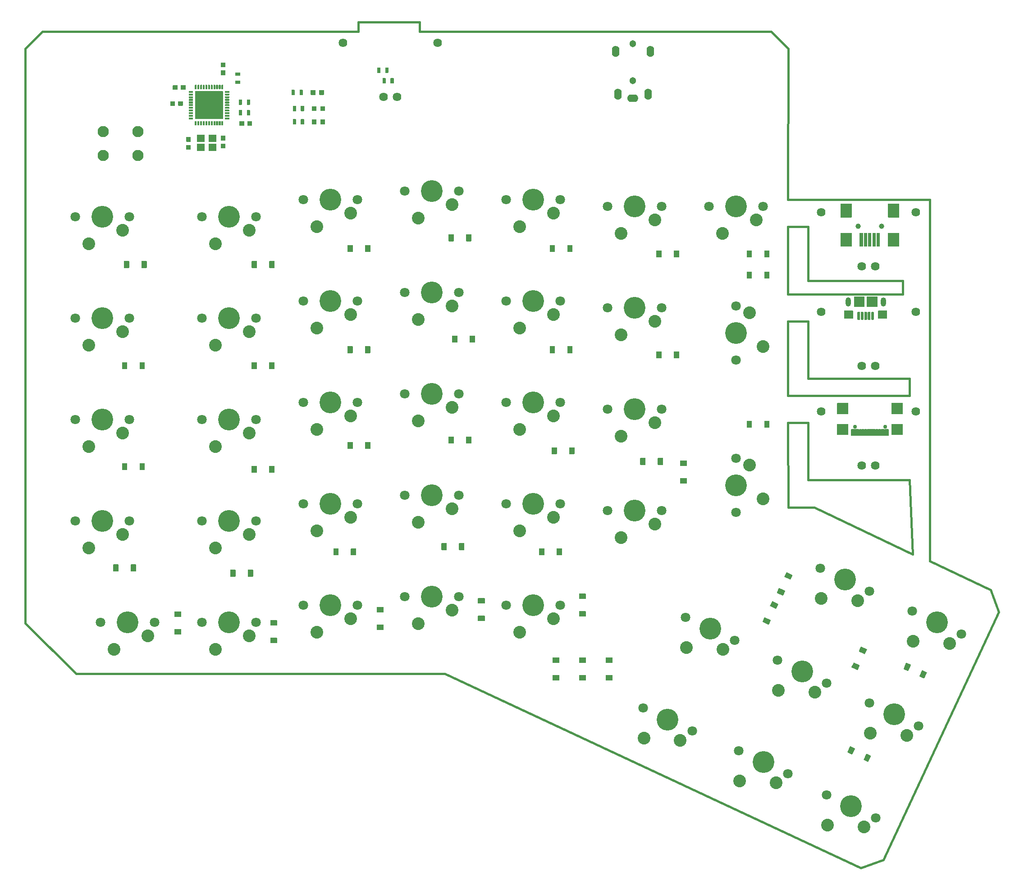
<source format=gts>
%TF.GenerationSoftware,KiCad,Pcbnew,5.1.7*%
%TF.CreationDate,2020-10-12T11:44:49-07:00*%
%TF.ProjectId,ErgoDOX_left,4572676f-444f-4585-9f6c-6566742e6b69,2.0.0*%
%TF.SameCoordinates,Original*%
%TF.FileFunction,Soldermask,Top*%
%TF.FilePolarity,Negative*%
%FSLAX46Y46*%
G04 Gerber Fmt 4.6, Leading zero omitted, Abs format (unit mm)*
G04 Created by KiCad (PCBNEW 5.1.7) date 2020-10-12 11:44:49*
%MOMM*%
%LPD*%
G01*
G04 APERTURE LIST*
%TA.AperFunction,Profile*%
%ADD10C,0.381000*%
%TD*%
%ADD11O,1.001600X1.701600*%
%ADD12O,1.016000X1.701600*%
%ADD13C,0.751600*%
%ADD14C,1.625600*%
%ADD15C,1.001600*%
%ADD16C,2.387600*%
%ADD17C,4.089400*%
%ADD18C,1.803400*%
%ADD19C,2.101600*%
%ADD20O,2.101600X1.401600*%
%ADD21O,1.401600X2.101600*%
%ADD22C,1.301600*%
%ADD23C,0.150000*%
G04 APERTURE END LIST*
D10*
X164846000Y-93218000D02*
X164941000Y-109166000D01*
X164846000Y-74168000D02*
X164846000Y-88138000D01*
X164846000Y-56388000D02*
X164846000Y-69088000D01*
X168656000Y-56388000D02*
X164846000Y-56388000D01*
X187706000Y-104013000D02*
X188341000Y-117983000D01*
X168656000Y-104013000D02*
X187706000Y-104013000D01*
X168656000Y-93218000D02*
X168656000Y-104013000D01*
X164846000Y-93218000D02*
X168656000Y-93218000D01*
X187706000Y-88138000D02*
X164846000Y-88138000D01*
X187706000Y-84963000D02*
X187706000Y-88138000D01*
X168656000Y-84963000D02*
X187706000Y-84963000D01*
X168656000Y-74168000D02*
X168656000Y-84963000D01*
X164846000Y-74168000D02*
X168656000Y-74168000D01*
X186436000Y-69088000D02*
X164846000Y-69088000D01*
X186436000Y-66548000D02*
X186436000Y-69088000D01*
X168656000Y-66548000D02*
X186436000Y-66548000D01*
X168656000Y-56388000D02*
X168656000Y-66548000D01*
X164846000Y-51308000D02*
X164941000Y-22933000D01*
X168656000Y-51308000D02*
X164846000Y-51308000D01*
X169843200Y-109166000D02*
X188341000Y-117983000D01*
X191516000Y-119253000D02*
X202934320Y-124596500D01*
X191516000Y-51308000D02*
X191516000Y-119253000D01*
X168656000Y-51308000D02*
X191516000Y-51308000D01*
X21634200Y-22933000D02*
X21634200Y-130883000D01*
X137431000Y-19758000D02*
X134031000Y-19758000D01*
X137431000Y-19758000D02*
X149675600Y-19758000D01*
X132505200Y-19758000D02*
X134031000Y-19758000D01*
X24809200Y-19758000D02*
X84143600Y-19758000D01*
X84143600Y-17980000D02*
X95649800Y-17980000D01*
X84143600Y-19758000D02*
X84143600Y-17980000D01*
X95649800Y-17980000D02*
X95649800Y-19758000D01*
X95649800Y-19758000D02*
X132505200Y-19758000D01*
X149675600Y-19758000D02*
X161740600Y-19758000D01*
X161740600Y-19758000D02*
X164941000Y-22933000D01*
X100399600Y-140408000D02*
X31159200Y-140408000D01*
X31159200Y-140408000D02*
X21634200Y-130883000D01*
X21634200Y-22933000D02*
X24809200Y-19758000D01*
X164941000Y-109166000D02*
X169843200Y-109166000D01*
X202934320Y-124596500D02*
X204471020Y-128815440D01*
X204471020Y-128815440D02*
X182787040Y-175317760D01*
X182787040Y-175317760D02*
X178568100Y-176851920D01*
X178568100Y-176851920D02*
X100399600Y-140408000D01*
X164846000Y-93218000D02*
X164941000Y-109166000D01*
X164846000Y-74168000D02*
X164846000Y-88138000D01*
X164846000Y-56388000D02*
X164846000Y-69088000D01*
X168656000Y-56388000D02*
X164846000Y-56388000D01*
X187706000Y-104013000D02*
X188341000Y-117983000D01*
X168656000Y-104013000D02*
X187706000Y-104013000D01*
X168656000Y-93218000D02*
X168656000Y-104013000D01*
X164846000Y-93218000D02*
X168656000Y-93218000D01*
X187706000Y-88138000D02*
X164846000Y-88138000D01*
X187706000Y-84963000D02*
X187706000Y-88138000D01*
X168656000Y-84963000D02*
X187706000Y-84963000D01*
X168656000Y-74168000D02*
X168656000Y-84963000D01*
X164846000Y-74168000D02*
X168656000Y-74168000D01*
X186436000Y-69088000D02*
X164846000Y-69088000D01*
X186436000Y-66548000D02*
X186436000Y-69088000D01*
X168656000Y-66548000D02*
X186436000Y-66548000D01*
X168656000Y-56388000D02*
X168656000Y-66548000D01*
X164846000Y-51308000D02*
X164941000Y-22933000D01*
X168656000Y-51308000D02*
X164846000Y-51308000D01*
X169843200Y-109166000D02*
X188341000Y-117983000D01*
X191516000Y-119253000D02*
X202934320Y-124596500D01*
X191516000Y-51308000D02*
X191516000Y-119253000D01*
X168656000Y-51308000D02*
X191516000Y-51308000D01*
X21634200Y-22933000D02*
X21634200Y-130883000D01*
X137431000Y-19758000D02*
X134031000Y-19758000D01*
X137431000Y-19758000D02*
X149675600Y-19758000D01*
X132505200Y-19758000D02*
X134031000Y-19758000D01*
X24809200Y-19758000D02*
X84143600Y-19758000D01*
X84143600Y-17980000D02*
X95649800Y-17980000D01*
X84143600Y-19758000D02*
X84143600Y-17980000D01*
X95649800Y-17980000D02*
X95649800Y-19758000D01*
X95649800Y-19758000D02*
X132505200Y-19758000D01*
X149675600Y-19758000D02*
X161740600Y-19758000D01*
X161740600Y-19758000D02*
X164941000Y-22933000D01*
X100399600Y-140408000D02*
X31159200Y-140408000D01*
X31159200Y-140408000D02*
X21634200Y-130883000D01*
X21634200Y-22933000D02*
X24809200Y-19758000D01*
X164941000Y-109166000D02*
X169843200Y-109166000D01*
X202934320Y-124596500D02*
X204471020Y-128815440D01*
X204471020Y-128815440D02*
X182787040Y-175317760D01*
X182787040Y-175317760D02*
X178568100Y-176851920D01*
X178568100Y-176851920D02*
X100399600Y-140408000D01*
D11*
%TO.C,J103*%
X176176000Y-70498000D03*
D12*
X182776000Y-70498000D03*
G36*
G01*
X179279300Y-69529198D02*
X179279300Y-71434198D01*
G75*
G02*
X179228500Y-71484998I-50800J0D01*
G01*
X177323500Y-71484998D01*
G75*
G02*
X177272700Y-71434198I0J50800D01*
G01*
X177272700Y-69529198D01*
G75*
G02*
X177323500Y-69478398I50800J0D01*
G01*
X179228500Y-69478398D01*
G75*
G02*
X179279300Y-69529198I0J-50800D01*
G01*
G37*
G36*
G01*
X181679300Y-69529198D02*
X181679300Y-71434198D01*
G75*
G02*
X181628500Y-71484998I-50800J0D01*
G01*
X179723500Y-71484998D01*
G75*
G02*
X179672700Y-71434198I0J50800D01*
G01*
X179672700Y-69529198D01*
G75*
G02*
X179723500Y-69478398I50800J0D01*
G01*
X181628500Y-69478398D01*
G75*
G02*
X181679300Y-69529198I0J-50800D01*
G01*
G37*
G36*
G01*
X177126800Y-72231699D02*
X177126800Y-73631699D01*
G75*
G02*
X177076000Y-73682499I-50800J0D01*
G01*
X175476000Y-73682499D01*
G75*
G02*
X175425200Y-73631699I0J50800D01*
G01*
X175425200Y-72231699D01*
G75*
G02*
X175476000Y-72180899I50800J0D01*
G01*
X177076000Y-72180899D01*
G75*
G02*
X177126800Y-72231699I0J-50800D01*
G01*
G37*
G36*
G01*
X183526800Y-72231699D02*
X183526800Y-73631699D01*
G75*
G02*
X183476000Y-73682499I-50800J0D01*
G01*
X181876000Y-73682499D01*
G75*
G02*
X181825200Y-73631699I0J50800D01*
G01*
X181825200Y-72231699D01*
G75*
G02*
X181876000Y-72180899I50800J0D01*
G01*
X183476000Y-72180899D01*
G75*
G02*
X183526800Y-72231699I0J-50800D01*
G01*
G37*
G36*
G01*
X178430000Y-72483599D02*
X178430000Y-73829799D01*
G75*
G02*
X178379200Y-73880599I-50800J0D01*
G01*
X177972800Y-73880599D01*
G75*
G02*
X177922000Y-73829799I0J50800D01*
G01*
X177922000Y-72483599D01*
G75*
G02*
X177972800Y-72432799I50800J0D01*
G01*
X178379200Y-72432799D01*
G75*
G02*
X178430000Y-72483599I0J-50800D01*
G01*
G37*
G36*
G01*
X179080001Y-72483599D02*
X179080001Y-73829799D01*
G75*
G02*
X179029201Y-73880599I-50800J0D01*
G01*
X178622801Y-73880599D01*
G75*
G02*
X178572001Y-73829799I0J50800D01*
G01*
X178572001Y-72483599D01*
G75*
G02*
X178622801Y-72432799I50800J0D01*
G01*
X179029201Y-72432799D01*
G75*
G02*
X179080001Y-72483599I0J-50800D01*
G01*
G37*
G36*
G01*
X179730000Y-72483599D02*
X179730000Y-73829799D01*
G75*
G02*
X179679200Y-73880599I-50800J0D01*
G01*
X179272800Y-73880599D01*
G75*
G02*
X179222000Y-73829799I0J50800D01*
G01*
X179222000Y-72483599D01*
G75*
G02*
X179272800Y-72432799I50800J0D01*
G01*
X179679200Y-72432799D01*
G75*
G02*
X179730000Y-72483599I0J-50800D01*
G01*
G37*
G36*
G01*
X180379999Y-72483599D02*
X180379999Y-73829799D01*
G75*
G02*
X180329199Y-73880599I-50800J0D01*
G01*
X179922799Y-73880599D01*
G75*
G02*
X179871999Y-73829799I0J50800D01*
G01*
X179871999Y-72483599D01*
G75*
G02*
X179922799Y-72432799I50800J0D01*
G01*
X180329199Y-72432799D01*
G75*
G02*
X180379999Y-72483599I0J-50800D01*
G01*
G37*
G36*
G01*
X181030000Y-72483599D02*
X181030000Y-73829799D01*
G75*
G02*
X180979200Y-73880599I-50800J0D01*
G01*
X180572800Y-73880599D01*
G75*
G02*
X180522000Y-73829799I0J50800D01*
G01*
X180522000Y-72483599D01*
G75*
G02*
X180572800Y-72432799I50800J0D01*
G01*
X180979200Y-72432799D01*
G75*
G02*
X181030000Y-72483599I0J-50800D01*
G01*
G37*
%TD*%
D13*
%TO.C,J101*%
X177436000Y-93998000D03*
X183116000Y-93998000D03*
G36*
G01*
X182226800Y-94498000D02*
X182226800Y-95648000D01*
G75*
G02*
X182176000Y-95698800I-50800J0D01*
G01*
X181876000Y-95698800D01*
G75*
G02*
X181825200Y-95648000I0J50800D01*
G01*
X181825200Y-94498000D01*
G75*
G02*
X181876000Y-94447200I50800J0D01*
G01*
X182176000Y-94447200D01*
G75*
G02*
X182226800Y-94498000I0J-50800D01*
G01*
G37*
G36*
G01*
X178726800Y-94498000D02*
X178726800Y-95648000D01*
G75*
G02*
X178676000Y-95698800I-50800J0D01*
G01*
X178376000Y-95698800D01*
G75*
G02*
X178325200Y-95648000I0J50800D01*
G01*
X178325200Y-94498000D01*
G75*
G02*
X178376000Y-94447200I50800J0D01*
G01*
X178676000Y-94447200D01*
G75*
G02*
X178726800Y-94498000I0J-50800D01*
G01*
G37*
G36*
G01*
X177426800Y-94498000D02*
X177426800Y-95648000D01*
G75*
G02*
X177376000Y-95698800I-50800J0D01*
G01*
X176776000Y-95698800D01*
G75*
G02*
X176725200Y-95648000I0J50800D01*
G01*
X176725200Y-94498000D01*
G75*
G02*
X176776000Y-94447200I50800J0D01*
G01*
X177376000Y-94447200D01*
G75*
G02*
X177426800Y-94498000I0J-50800D01*
G01*
G37*
G36*
G01*
X178226800Y-94498000D02*
X178226800Y-95648000D01*
G75*
G02*
X178176000Y-95698800I-50800J0D01*
G01*
X177576000Y-95698800D01*
G75*
G02*
X177525200Y-95648000I0J50800D01*
G01*
X177525200Y-94498000D01*
G75*
G02*
X177576000Y-94447200I50800J0D01*
G01*
X178176000Y-94447200D01*
G75*
G02*
X178226800Y-94498000I0J-50800D01*
G01*
G37*
G36*
G01*
X183826800Y-94498000D02*
X183826800Y-95648000D01*
G75*
G02*
X183776000Y-95698800I-50800J0D01*
G01*
X183176000Y-95698800D01*
G75*
G02*
X183125200Y-95648000I0J50800D01*
G01*
X183125200Y-94498000D01*
G75*
G02*
X183176000Y-94447200I50800J0D01*
G01*
X183776000Y-94447200D01*
G75*
G02*
X183826800Y-94498000I0J-50800D01*
G01*
G37*
G36*
G01*
X183026800Y-94498000D02*
X183026800Y-95648000D01*
G75*
G02*
X182976000Y-95698800I-50800J0D01*
G01*
X182376000Y-95698800D01*
G75*
G02*
X182325200Y-95648000I0J50800D01*
G01*
X182325200Y-94498000D01*
G75*
G02*
X182376000Y-94447200I50800J0D01*
G01*
X182976000Y-94447200D01*
G75*
G02*
X183026800Y-94498000I0J-50800D01*
G01*
G37*
G36*
G01*
X181726800Y-94498000D02*
X181726800Y-95648000D01*
G75*
G02*
X181676000Y-95698800I-50800J0D01*
G01*
X181376000Y-95698800D01*
G75*
G02*
X181325200Y-95648000I0J50800D01*
G01*
X181325200Y-94498000D01*
G75*
G02*
X181376000Y-94447200I50800J0D01*
G01*
X181676000Y-94447200D01*
G75*
G02*
X181726800Y-94498000I0J-50800D01*
G01*
G37*
G36*
G01*
X181226800Y-94498000D02*
X181226800Y-95648000D01*
G75*
G02*
X181176000Y-95698800I-50800J0D01*
G01*
X180876000Y-95698800D01*
G75*
G02*
X180825200Y-95648000I0J50800D01*
G01*
X180825200Y-94498000D01*
G75*
G02*
X180876000Y-94447200I50800J0D01*
G01*
X181176000Y-94447200D01*
G75*
G02*
X181226800Y-94498000I0J-50800D01*
G01*
G37*
G36*
G01*
X180726800Y-94498000D02*
X180726800Y-95648000D01*
G75*
G02*
X180676000Y-95698800I-50800J0D01*
G01*
X180376000Y-95698800D01*
G75*
G02*
X180325200Y-95648000I0J50800D01*
G01*
X180325200Y-94498000D01*
G75*
G02*
X180376000Y-94447200I50800J0D01*
G01*
X180676000Y-94447200D01*
G75*
G02*
X180726800Y-94498000I0J-50800D01*
G01*
G37*
G36*
G01*
X179226800Y-94498000D02*
X179226800Y-95648000D01*
G75*
G02*
X179176000Y-95698800I-50800J0D01*
G01*
X178876000Y-95698800D01*
G75*
G02*
X178825200Y-95648000I0J50800D01*
G01*
X178825200Y-94498000D01*
G75*
G02*
X178876000Y-94447200I50800J0D01*
G01*
X179176000Y-94447200D01*
G75*
G02*
X179226800Y-94498000I0J-50800D01*
G01*
G37*
G36*
G01*
X179726800Y-94498000D02*
X179726800Y-95648000D01*
G75*
G02*
X179676000Y-95698800I-50800J0D01*
G01*
X179376000Y-95698800D01*
G75*
G02*
X179325200Y-95648000I0J50800D01*
G01*
X179325200Y-94498000D01*
G75*
G02*
X179376000Y-94447200I50800J0D01*
G01*
X179676000Y-94447200D01*
G75*
G02*
X179726800Y-94498000I0J-50800D01*
G01*
G37*
G36*
G01*
X180226800Y-94498000D02*
X180226800Y-95648000D01*
G75*
G02*
X180176000Y-95698800I-50800J0D01*
G01*
X179876000Y-95698800D01*
G75*
G02*
X179825200Y-95648000I0J50800D01*
G01*
X179825200Y-94498000D01*
G75*
G02*
X179876000Y-94447200I50800J0D01*
G01*
X180176000Y-94447200D01*
G75*
G02*
X180226800Y-94498000I0J-50800D01*
G01*
G37*
G36*
G01*
X176216800Y-89568000D02*
X176216800Y-91568000D01*
G75*
G02*
X176166000Y-91618800I-50800J0D01*
G01*
X174166000Y-91618800D01*
G75*
G02*
X174115200Y-91568000I0J50800D01*
G01*
X174115200Y-89568000D01*
G75*
G02*
X174166000Y-89517200I50800J0D01*
G01*
X176166000Y-89517200D01*
G75*
G02*
X176216800Y-89568000I0J-50800D01*
G01*
G37*
G36*
G01*
X186436800Y-89568000D02*
X186436800Y-91568000D01*
G75*
G02*
X186386000Y-91618800I-50800J0D01*
G01*
X184386000Y-91618800D01*
G75*
G02*
X184335200Y-91568000I0J50800D01*
G01*
X184335200Y-89568000D01*
G75*
G02*
X184386000Y-89517200I50800J0D01*
G01*
X186386000Y-89517200D01*
G75*
G02*
X186436800Y-89568000I0J-50800D01*
G01*
G37*
G36*
G01*
X186436800Y-93498000D02*
X186436800Y-95498000D01*
G75*
G02*
X186386000Y-95548800I-50800J0D01*
G01*
X184386000Y-95548800D01*
G75*
G02*
X184335200Y-95498000I0J50800D01*
G01*
X184335200Y-93498000D01*
G75*
G02*
X184386000Y-93447200I50800J0D01*
G01*
X186386000Y-93447200D01*
G75*
G02*
X186436800Y-93498000I0J-50800D01*
G01*
G37*
G36*
G01*
X176216800Y-93498000D02*
X176216800Y-95498000D01*
G75*
G02*
X176166000Y-95548800I-50800J0D01*
G01*
X174166000Y-95548800D01*
G75*
G02*
X174115200Y-95498000I0J50800D01*
G01*
X174115200Y-93498000D01*
G75*
G02*
X174166000Y-93447200I50800J0D01*
G01*
X176166000Y-93447200D01*
G75*
G02*
X176216800Y-93498000I0J-50800D01*
G01*
G37*
%TD*%
D14*
%TO.C,J203*%
X188896000Y-72418000D03*
X171116000Y-72418000D03*
X181276000Y-82578000D03*
X178736000Y-82578000D03*
%TD*%
%TO.C,J202*%
X188896000Y-53688000D03*
X171116000Y-53688000D03*
X181276000Y-63848000D03*
X178736000Y-63848000D03*
%TD*%
%TO.C,J201*%
X188896000Y-91148000D03*
X171116000Y-91148000D03*
X181276000Y-101308000D03*
X178736000Y-101308000D03*
%TD*%
%TO.C,J2*%
X99056000Y-21878000D03*
X81276000Y-21878000D03*
X91436000Y-32038000D03*
X88896000Y-32038000D03*
%TD*%
%TO.C,J102*%
G36*
G01*
X176854300Y-52118000D02*
X176854300Y-54618000D01*
G75*
G02*
X176803500Y-54668800I-50800J0D01*
G01*
X174803500Y-54668800D01*
G75*
G02*
X174752700Y-54618000I0J50800D01*
G01*
X174752700Y-52118000D01*
G75*
G02*
X174803500Y-52067200I50800J0D01*
G01*
X176803500Y-52067200D01*
G75*
G02*
X176854300Y-52118000I0J-50800D01*
G01*
G37*
G36*
G01*
X185774300Y-52118000D02*
X185774300Y-54618000D01*
G75*
G02*
X185723500Y-54668800I-50800J0D01*
G01*
X183723500Y-54668800D01*
G75*
G02*
X183672700Y-54618000I0J50800D01*
G01*
X183672700Y-52118000D01*
G75*
G02*
X183723500Y-52067200I50800J0D01*
G01*
X185723500Y-52067200D01*
G75*
G02*
X185774300Y-52118000I0J-50800D01*
G01*
G37*
D15*
X178063500Y-56338000D03*
X182463500Y-56338000D03*
G36*
G01*
X176854300Y-57598000D02*
X176854300Y-60098000D01*
G75*
G02*
X176803500Y-60148800I-50800J0D01*
G01*
X174803500Y-60148800D01*
G75*
G02*
X174752700Y-60098000I0J50800D01*
G01*
X174752700Y-57598000D01*
G75*
G02*
X174803500Y-57547200I50800J0D01*
G01*
X176803500Y-57547200D01*
G75*
G02*
X176854300Y-57598000I0J-50800D01*
G01*
G37*
G36*
G01*
X185774300Y-57598000D02*
X185774300Y-60098000D01*
G75*
G02*
X185723500Y-60148800I-50800J0D01*
G01*
X183723500Y-60148800D01*
G75*
G02*
X183672700Y-60098000I0J50800D01*
G01*
X183672700Y-57598000D01*
G75*
G02*
X183723500Y-57547200I50800J0D01*
G01*
X185723500Y-57547200D01*
G75*
G02*
X185774300Y-57598000I0J-50800D01*
G01*
G37*
G36*
G01*
X178964300Y-57597999D02*
X178964300Y-60098001D01*
G75*
G02*
X178913501Y-60148800I-50799J0D01*
G01*
X178413499Y-60148800D01*
G75*
G02*
X178362700Y-60098001I0J50799D01*
G01*
X178362700Y-57597999D01*
G75*
G02*
X178413499Y-57547200I50799J0D01*
G01*
X178913501Y-57547200D01*
G75*
G02*
X178964300Y-57597999I0J-50799D01*
G01*
G37*
G36*
G01*
X179764300Y-57597999D02*
X179764300Y-60098001D01*
G75*
G02*
X179713501Y-60148800I-50799J0D01*
G01*
X179213499Y-60148800D01*
G75*
G02*
X179162700Y-60098001I0J50799D01*
G01*
X179162700Y-57597999D01*
G75*
G02*
X179213499Y-57547200I50799J0D01*
G01*
X179713501Y-57547200D01*
G75*
G02*
X179764300Y-57597999I0J-50799D01*
G01*
G37*
G36*
G01*
X180564300Y-57597999D02*
X180564300Y-60098001D01*
G75*
G02*
X180513501Y-60148800I-50799J0D01*
G01*
X180013499Y-60148800D01*
G75*
G02*
X179962700Y-60098001I0J50799D01*
G01*
X179962700Y-57597999D01*
G75*
G02*
X180013499Y-57547200I50799J0D01*
G01*
X180513501Y-57547200D01*
G75*
G02*
X180564300Y-57597999I0J-50799D01*
G01*
G37*
G36*
G01*
X181364300Y-57597999D02*
X181364300Y-60098001D01*
G75*
G02*
X181313501Y-60148800I-50799J0D01*
G01*
X180813499Y-60148800D01*
G75*
G02*
X180762700Y-60098001I0J50799D01*
G01*
X180762700Y-57597999D01*
G75*
G02*
X180813499Y-57547200I50799J0D01*
G01*
X181313501Y-57547200D01*
G75*
G02*
X181364300Y-57597999I0J-50799D01*
G01*
G37*
G36*
G01*
X182164300Y-57597999D02*
X182164300Y-60098001D01*
G75*
G02*
X182113501Y-60148800I-50799J0D01*
G01*
X181613499Y-60148800D01*
G75*
G02*
X181562700Y-60098001I0J50799D01*
G01*
X181562700Y-57597999D01*
G75*
G02*
X181613499Y-57547200I50799J0D01*
G01*
X182113501Y-57547200D01*
G75*
G02*
X182164300Y-57597999I0J-50799D01*
G01*
G37*
%TD*%
D16*
%TO.C,SW1:9*%
X114522000Y-132578000D03*
X120872000Y-130038000D03*
D17*
X117062000Y-127498000D03*
D18*
X122142000Y-127498000D03*
X111982000Y-127498000D03*
%TD*%
D16*
%TO.C,SW5:13*%
X33559500Y-59585200D03*
X39909500Y-57045200D03*
D17*
X36099500Y-54505200D03*
D18*
X41179500Y-54505200D03*
X31019500Y-54505200D03*
%TD*%
%TO.C,R8*%
G36*
G01*
X61976001Y-29548800D02*
X61075999Y-29548800D01*
G75*
G02*
X61025200Y-29498001I0J50799D01*
G01*
X61025200Y-28997999D01*
G75*
G02*
X61075999Y-28947200I50799J0D01*
G01*
X61976001Y-28947200D01*
G75*
G02*
X62026800Y-28997999I0J-50799D01*
G01*
X62026800Y-29498001D01*
G75*
G02*
X61976001Y-29548800I-50799J0D01*
G01*
G37*
G36*
G01*
X61976001Y-28048800D02*
X61075999Y-28048800D01*
G75*
G02*
X61025200Y-27998001I0J50799D01*
G01*
X61025200Y-27497999D01*
G75*
G02*
X61075999Y-27447200I50799J0D01*
G01*
X61976001Y-27447200D01*
G75*
G02*
X62026800Y-27497999I0J-50799D01*
G01*
X62026800Y-27998001D01*
G75*
G02*
X61976001Y-28048800I-50799J0D01*
G01*
G37*
%TD*%
%TO.C,R2*%
G36*
G01*
X88725200Y-29448001D02*
X88725200Y-28547999D01*
G75*
G02*
X88775999Y-28497200I50799J0D01*
G01*
X89276001Y-28497200D01*
G75*
G02*
X89326800Y-28547999I0J-50799D01*
G01*
X89326800Y-29448001D01*
G75*
G02*
X89276001Y-29498800I-50799J0D01*
G01*
X88775999Y-29498800D01*
G75*
G02*
X88725200Y-29448001I0J50799D01*
G01*
G37*
G36*
G01*
X90225200Y-29448001D02*
X90225200Y-28547999D01*
G75*
G02*
X90275999Y-28497200I50799J0D01*
G01*
X90776001Y-28497200D01*
G75*
G02*
X90826800Y-28547999I0J-50799D01*
G01*
X90826800Y-29448001D01*
G75*
G02*
X90776001Y-29498800I-50799J0D01*
G01*
X90275999Y-29498800D01*
G75*
G02*
X90225200Y-29448001I0J50799D01*
G01*
G37*
%TD*%
%TO.C,R1*%
G36*
G01*
X87725200Y-27448001D02*
X87725200Y-26547999D01*
G75*
G02*
X87775999Y-26497200I50799J0D01*
G01*
X88276001Y-26497200D01*
G75*
G02*
X88326800Y-26547999I0J-50799D01*
G01*
X88326800Y-27448001D01*
G75*
G02*
X88276001Y-27498800I-50799J0D01*
G01*
X87775999Y-27498800D01*
G75*
G02*
X87725200Y-27448001I0J50799D01*
G01*
G37*
G36*
G01*
X89225200Y-27448001D02*
X89225200Y-26547999D01*
G75*
G02*
X89275999Y-26497200I50799J0D01*
G01*
X89776001Y-26497200D01*
G75*
G02*
X89826800Y-26547999I0J-50799D01*
G01*
X89826800Y-27448001D01*
G75*
G02*
X89776001Y-27498800I-50799J0D01*
G01*
X89275999Y-27498800D01*
G75*
G02*
X89225200Y-27448001I0J50799D01*
G01*
G37*
%TD*%
%TO.C,Y1*%
G36*
G01*
X57526800Y-39198000D02*
X57526800Y-40398000D01*
G75*
G02*
X57476000Y-40448800I-50800J0D01*
G01*
X56076000Y-40448800D01*
G75*
G02*
X56025200Y-40398000I0J50800D01*
G01*
X56025200Y-39198000D01*
G75*
G02*
X56076000Y-39147200I50800J0D01*
G01*
X57476000Y-39147200D01*
G75*
G02*
X57526800Y-39198000I0J-50800D01*
G01*
G37*
G36*
G01*
X55326800Y-39198000D02*
X55326800Y-40398000D01*
G75*
G02*
X55276000Y-40448800I-50800J0D01*
G01*
X53876000Y-40448800D01*
G75*
G02*
X53825200Y-40398000I0J50800D01*
G01*
X53825200Y-39198000D01*
G75*
G02*
X53876000Y-39147200I50800J0D01*
G01*
X55276000Y-39147200D01*
G75*
G02*
X55326800Y-39198000I0J-50800D01*
G01*
G37*
G36*
G01*
X55326800Y-40898000D02*
X55326800Y-42098000D01*
G75*
G02*
X55276000Y-42148800I-50800J0D01*
G01*
X53876000Y-42148800D01*
G75*
G02*
X53825200Y-42098000I0J50800D01*
G01*
X53825200Y-40898000D01*
G75*
G02*
X53876000Y-40847200I50800J0D01*
G01*
X55276000Y-40847200D01*
G75*
G02*
X55326800Y-40898000I0J-50800D01*
G01*
G37*
G36*
G01*
X57526800Y-40898000D02*
X57526800Y-42098000D01*
G75*
G02*
X57476000Y-42148800I-50800J0D01*
G01*
X56076000Y-42148800D01*
G75*
G02*
X56025200Y-42098000I0J50800D01*
G01*
X56025200Y-40898000D01*
G75*
G02*
X56076000Y-40847200I50800J0D01*
G01*
X57476000Y-40847200D01*
G75*
G02*
X57526800Y-40898000I0J-50800D01*
G01*
G37*
%TD*%
%TO.C,R5*%
G36*
G01*
X71625200Y-31648001D02*
X71625200Y-30747999D01*
G75*
G02*
X71675999Y-30697200I50799J0D01*
G01*
X72176001Y-30697200D01*
G75*
G02*
X72226800Y-30747999I0J-50799D01*
G01*
X72226800Y-31648001D01*
G75*
G02*
X72176001Y-31698800I-50799J0D01*
G01*
X71675999Y-31698800D01*
G75*
G02*
X71625200Y-31648001I0J50799D01*
G01*
G37*
G36*
G01*
X73125200Y-31648001D02*
X73125200Y-30747999D01*
G75*
G02*
X73175999Y-30697200I50799J0D01*
G01*
X73676001Y-30697200D01*
G75*
G02*
X73726800Y-30747999I0J-50799D01*
G01*
X73726800Y-31648001D01*
G75*
G02*
X73676001Y-31698800I-50799J0D01*
G01*
X73175999Y-31698800D01*
G75*
G02*
X73125200Y-31648001I0J50799D01*
G01*
G37*
%TD*%
%TO.C,C6*%
G36*
G01*
X50226800Y-29873000D02*
X50226800Y-30623000D01*
G75*
G02*
X50176000Y-30673800I-50800J0D01*
G01*
X49376000Y-30673800D01*
G75*
G02*
X49325200Y-30623000I0J50800D01*
G01*
X49325200Y-29873000D01*
G75*
G02*
X49376000Y-29822200I50800J0D01*
G01*
X50176000Y-29822200D01*
G75*
G02*
X50226800Y-29873000I0J-50800D01*
G01*
G37*
G36*
G01*
X51726800Y-29873000D02*
X51726800Y-30623000D01*
G75*
G02*
X51676000Y-30673800I-50800J0D01*
G01*
X50876000Y-30673800D01*
G75*
G02*
X50825200Y-30623000I0J50800D01*
G01*
X50825200Y-29873000D01*
G75*
G02*
X50876000Y-29822200I50800J0D01*
G01*
X51676000Y-29822200D01*
G75*
G02*
X51726800Y-29873000I0J-50800D01*
G01*
G37*
%TD*%
%TO.C,C5*%
G36*
G01*
X63325200Y-37373000D02*
X63325200Y-36623000D01*
G75*
G02*
X63376000Y-36572200I50800J0D01*
G01*
X64176000Y-36572200D01*
G75*
G02*
X64226800Y-36623000I0J-50800D01*
G01*
X64226800Y-37373000D01*
G75*
G02*
X64176000Y-37423800I-50800J0D01*
G01*
X63376000Y-37423800D01*
G75*
G02*
X63325200Y-37373000I0J50800D01*
G01*
G37*
G36*
G01*
X61825200Y-37373000D02*
X61825200Y-36623000D01*
G75*
G02*
X61876000Y-36572200I50800J0D01*
G01*
X62676000Y-36572200D01*
G75*
G02*
X62726800Y-36623000I0J-50800D01*
G01*
X62726800Y-37373000D01*
G75*
G02*
X62676000Y-37423800I-50800J0D01*
G01*
X61876000Y-37423800D01*
G75*
G02*
X61825200Y-37373000I0J50800D01*
G01*
G37*
%TD*%
%TO.C,C4*%
G36*
G01*
X59151000Y-26448800D02*
X58401000Y-26448800D01*
G75*
G02*
X58350200Y-26398000I0J50800D01*
G01*
X58350200Y-25598000D01*
G75*
G02*
X58401000Y-25547200I50800J0D01*
G01*
X59151000Y-25547200D01*
G75*
G02*
X59201800Y-25598000I0J-50800D01*
G01*
X59201800Y-26398000D01*
G75*
G02*
X59151000Y-26448800I-50800J0D01*
G01*
G37*
G36*
G01*
X59151000Y-27948800D02*
X58401000Y-27948800D01*
G75*
G02*
X58350200Y-27898000I0J50800D01*
G01*
X58350200Y-27098000D01*
G75*
G02*
X58401000Y-27047200I50800J0D01*
G01*
X59151000Y-27047200D01*
G75*
G02*
X59201800Y-27098000I0J-50800D01*
G01*
X59201800Y-27898000D01*
G75*
G02*
X59151000Y-27948800I-50800J0D01*
G01*
G37*
%TD*%
%TO.C,C3*%
G36*
G01*
X49726800Y-32873000D02*
X49726800Y-33623000D01*
G75*
G02*
X49676000Y-33673800I-50800J0D01*
G01*
X48876000Y-33673800D01*
G75*
G02*
X48825200Y-33623000I0J50800D01*
G01*
X48825200Y-32873000D01*
G75*
G02*
X48876000Y-32822200I50800J0D01*
G01*
X49676000Y-32822200D01*
G75*
G02*
X49726800Y-32873000I0J-50800D01*
G01*
G37*
G36*
G01*
X51226800Y-32873000D02*
X51226800Y-33623000D01*
G75*
G02*
X51176000Y-33673800I-50800J0D01*
G01*
X50376000Y-33673800D01*
G75*
G02*
X50325200Y-33623000I0J50800D01*
G01*
X50325200Y-32873000D01*
G75*
G02*
X50376000Y-32822200I50800J0D01*
G01*
X51176000Y-32822200D01*
G75*
G02*
X51226800Y-32873000I0J-50800D01*
G01*
G37*
%TD*%
%TO.C,C2*%
G36*
G01*
X58401000Y-40797200D02*
X59151000Y-40797200D01*
G75*
G02*
X59201800Y-40848000I0J-50800D01*
G01*
X59201800Y-41648000D01*
G75*
G02*
X59151000Y-41698800I-50800J0D01*
G01*
X58401000Y-41698800D01*
G75*
G02*
X58350200Y-41648000I0J50800D01*
G01*
X58350200Y-40848000D01*
G75*
G02*
X58401000Y-40797200I50800J0D01*
G01*
G37*
G36*
G01*
X58401000Y-39297200D02*
X59151000Y-39297200D01*
G75*
G02*
X59201800Y-39348000I0J-50800D01*
G01*
X59201800Y-40148000D01*
G75*
G02*
X59151000Y-40198800I-50800J0D01*
G01*
X58401000Y-40198800D01*
G75*
G02*
X58350200Y-40148000I0J50800D01*
G01*
X58350200Y-39348000D01*
G75*
G02*
X58401000Y-39297200I50800J0D01*
G01*
G37*
%TD*%
%TO.C,C1*%
G36*
G01*
X52651000Y-40448800D02*
X51901000Y-40448800D01*
G75*
G02*
X51850200Y-40398000I0J50800D01*
G01*
X51850200Y-39598000D01*
G75*
G02*
X51901000Y-39547200I50800J0D01*
G01*
X52651000Y-39547200D01*
G75*
G02*
X52701800Y-39598000I0J-50800D01*
G01*
X52701800Y-40398000D01*
G75*
G02*
X52651000Y-40448800I-50800J0D01*
G01*
G37*
G36*
G01*
X52651000Y-41948800D02*
X51901000Y-41948800D01*
G75*
G02*
X51850200Y-41898000I0J50800D01*
G01*
X51850200Y-41098000D01*
G75*
G02*
X51901000Y-41047200I50800J0D01*
G01*
X52651000Y-41047200D01*
G75*
G02*
X52701800Y-41098000I0J-50800D01*
G01*
X52701800Y-41898000D01*
G75*
G02*
X52651000Y-41948800I-50800J0D01*
G01*
G37*
%TD*%
%TO.C,D5:9*%
G36*
G01*
X124426800Y-59898000D02*
X124426800Y-61098000D01*
G75*
G02*
X124376000Y-61148800I-50800J0D01*
G01*
X123476000Y-61148800D01*
G75*
G02*
X123425200Y-61098000I0J50800D01*
G01*
X123425200Y-59898000D01*
G75*
G02*
X123476000Y-59847200I50800J0D01*
G01*
X124376000Y-59847200D01*
G75*
G02*
X124426800Y-59898000I0J-50800D01*
G01*
G37*
G36*
G01*
X121126800Y-59898000D02*
X121126800Y-61098000D01*
G75*
G02*
X121076000Y-61148800I-50800J0D01*
G01*
X120176000Y-61148800D01*
G75*
G02*
X120125200Y-61098000I0J50800D01*
G01*
X120125200Y-59898000D01*
G75*
G02*
X120176000Y-59847200I50800J0D01*
G01*
X121076000Y-59847200D01*
G75*
G02*
X121126800Y-59898000I0J-50800D01*
G01*
G37*
%TD*%
D16*
%TO.C,SX1:7*%
X163087957Y-143514413D03*
X169916462Y-143896017D03*
D17*
X167536880Y-139983820D03*
D18*
X172140924Y-142130721D03*
X162932836Y-137836919D03*
%TD*%
D16*
%TO.C,SW3:13*%
X33559500Y-97682660D03*
X39909500Y-95142660D03*
D17*
X36099500Y-92602660D03*
D18*
X41179500Y-92602660D03*
X31019500Y-92602660D03*
%TD*%
D16*
%TO.C,SW2:9*%
X114522000Y-113557660D03*
X120872000Y-111017660D03*
D17*
X117062000Y-108477660D03*
D18*
X122142000Y-108477660D03*
X111982000Y-108477660D03*
%TD*%
D16*
%TO.C,SW2:10*%
X95472000Y-111960000D03*
X101822000Y-109420000D03*
D17*
X98012000Y-106880000D03*
D18*
X103092000Y-106880000D03*
X92932000Y-106880000D03*
%TD*%
D16*
%TO.C,SW3:9*%
X114522000Y-94507660D03*
X120872000Y-91967660D03*
D17*
X117062000Y-89427660D03*
D18*
X122142000Y-89427660D03*
X111982000Y-89427660D03*
%TD*%
D16*
%TO.C,SW2:11*%
X76422000Y-113557660D03*
X82772000Y-111017660D03*
D17*
X78962000Y-108477660D03*
D18*
X84042000Y-108477660D03*
X73882000Y-108477660D03*
%TD*%
D16*
%TO.C,SW3:10*%
X95472000Y-92910000D03*
X101822000Y-90370000D03*
D17*
X98012000Y-87830000D03*
D18*
X103092000Y-87830000D03*
X92932000Y-87830000D03*
%TD*%
D16*
%TO.C,SW3:11*%
X76422000Y-94507660D03*
X82772000Y-91967660D03*
D17*
X78962000Y-89427660D03*
D18*
X84042000Y-89427660D03*
X73882000Y-89427660D03*
%TD*%
D16*
%TO.C,SW1:11*%
X76422000Y-132578000D03*
X82772000Y-130038000D03*
D17*
X78962000Y-127498000D03*
D18*
X84042000Y-127498000D03*
X73882000Y-127498000D03*
%TD*%
D16*
%TO.C,SW1:10*%
X95472000Y-131010000D03*
X101822000Y-128470000D03*
D17*
X98012000Y-125930000D03*
D18*
X103092000Y-125930000D03*
X92932000Y-125930000D03*
%TD*%
%TO.C,U1*%
G36*
G01*
X52331450Y-31191750D02*
X52331450Y-30941750D01*
G75*
G02*
X52382250Y-30890950I50800J0D01*
G01*
X53082250Y-30890950D01*
G75*
G02*
X53133050Y-30941750I0J-50800D01*
G01*
X53133050Y-31191750D01*
G75*
G02*
X53082250Y-31242550I-50800J0D01*
G01*
X52382250Y-31242550D01*
G75*
G02*
X52331450Y-31191750I0J50800D01*
G01*
G37*
G36*
G01*
X52331450Y-31691750D02*
X52331450Y-31441750D01*
G75*
G02*
X52382250Y-31390950I50800J0D01*
G01*
X53082250Y-31390950D01*
G75*
G02*
X53133050Y-31441750I0J-50800D01*
G01*
X53133050Y-31691750D01*
G75*
G02*
X53082250Y-31742550I-50800J0D01*
G01*
X52382250Y-31742550D01*
G75*
G02*
X52331450Y-31691750I0J50800D01*
G01*
G37*
G36*
G01*
X52331450Y-32191750D02*
X52331450Y-31941750D01*
G75*
G02*
X52382250Y-31890950I50800J0D01*
G01*
X53082250Y-31890950D01*
G75*
G02*
X53133050Y-31941750I0J-50800D01*
G01*
X53133050Y-32191750D01*
G75*
G02*
X53082250Y-32242550I-50800J0D01*
G01*
X52382250Y-32242550D01*
G75*
G02*
X52331450Y-32191750I0J50800D01*
G01*
G37*
G36*
G01*
X52331450Y-32691750D02*
X52331450Y-32441750D01*
G75*
G02*
X52382250Y-32390950I50800J0D01*
G01*
X53082250Y-32390950D01*
G75*
G02*
X53133050Y-32441750I0J-50800D01*
G01*
X53133050Y-32691750D01*
G75*
G02*
X53082250Y-32742550I-50800J0D01*
G01*
X52382250Y-32742550D01*
G75*
G02*
X52331450Y-32691750I0J50800D01*
G01*
G37*
G36*
G01*
X52331450Y-33191750D02*
X52331450Y-32941750D01*
G75*
G02*
X52382250Y-32890950I50800J0D01*
G01*
X53082250Y-32890950D01*
G75*
G02*
X53133050Y-32941750I0J-50800D01*
G01*
X53133050Y-33191750D01*
G75*
G02*
X53082250Y-33242550I-50800J0D01*
G01*
X52382250Y-33242550D01*
G75*
G02*
X52331450Y-33191750I0J50800D01*
G01*
G37*
G36*
G01*
X52331450Y-33691750D02*
X52331450Y-33441750D01*
G75*
G02*
X52382250Y-33390950I50800J0D01*
G01*
X53082250Y-33390950D01*
G75*
G02*
X53133050Y-33441750I0J-50800D01*
G01*
X53133050Y-33691750D01*
G75*
G02*
X53082250Y-33742550I-50800J0D01*
G01*
X52382250Y-33742550D01*
G75*
G02*
X52331450Y-33691750I0J50800D01*
G01*
G37*
G36*
G01*
X52331450Y-34191750D02*
X52331450Y-33941750D01*
G75*
G02*
X52382250Y-33890950I50800J0D01*
G01*
X53082250Y-33890950D01*
G75*
G02*
X53133050Y-33941750I0J-50800D01*
G01*
X53133050Y-34191750D01*
G75*
G02*
X53082250Y-34242550I-50800J0D01*
G01*
X52382250Y-34242550D01*
G75*
G02*
X52331450Y-34191750I0J50800D01*
G01*
G37*
G36*
G01*
X52331450Y-34691750D02*
X52331450Y-34441750D01*
G75*
G02*
X52382250Y-34390950I50800J0D01*
G01*
X53082250Y-34390950D01*
G75*
G02*
X53133050Y-34441750I0J-50800D01*
G01*
X53133050Y-34691750D01*
G75*
G02*
X53082250Y-34742550I-50800J0D01*
G01*
X52382250Y-34742550D01*
G75*
G02*
X52331450Y-34691750I0J50800D01*
G01*
G37*
G36*
G01*
X52331450Y-35191750D02*
X52331450Y-34941750D01*
G75*
G02*
X52382250Y-34890950I50800J0D01*
G01*
X53082250Y-34890950D01*
G75*
G02*
X53133050Y-34941750I0J-50800D01*
G01*
X53133050Y-35191750D01*
G75*
G02*
X53082250Y-35242550I-50800J0D01*
G01*
X52382250Y-35242550D01*
G75*
G02*
X52331450Y-35191750I0J50800D01*
G01*
G37*
G36*
G01*
X52331450Y-35691750D02*
X52331450Y-35441750D01*
G75*
G02*
X52382250Y-35390950I50800J0D01*
G01*
X53082250Y-35390950D01*
G75*
G02*
X53133050Y-35441750I0J-50800D01*
G01*
X53133050Y-35691750D01*
G75*
G02*
X53082250Y-35742550I-50800J0D01*
G01*
X52382250Y-35742550D01*
G75*
G02*
X52331450Y-35691750I0J50800D01*
G01*
G37*
G36*
G01*
X52331450Y-36191750D02*
X52331450Y-35941750D01*
G75*
G02*
X52382250Y-35890950I50800J0D01*
G01*
X53082250Y-35890950D01*
G75*
G02*
X53133050Y-35941750I0J-50800D01*
G01*
X53133050Y-36191750D01*
G75*
G02*
X53082250Y-36242550I-50800J0D01*
G01*
X52382250Y-36242550D01*
G75*
G02*
X52331450Y-36191750I0J50800D01*
G01*
G37*
G36*
G01*
X53757250Y-37367550D02*
X53507250Y-37367550D01*
G75*
G02*
X53456450Y-37316750I0J50800D01*
G01*
X53456450Y-36616750D01*
G75*
G02*
X53507250Y-36565950I50800J0D01*
G01*
X53757250Y-36565950D01*
G75*
G02*
X53808050Y-36616750I0J-50800D01*
G01*
X53808050Y-37316750D01*
G75*
G02*
X53757250Y-37367550I-50800J0D01*
G01*
G37*
G36*
G01*
X54257250Y-37367550D02*
X54007250Y-37367550D01*
G75*
G02*
X53956450Y-37316750I0J50800D01*
G01*
X53956450Y-36616750D01*
G75*
G02*
X54007250Y-36565950I50800J0D01*
G01*
X54257250Y-36565950D01*
G75*
G02*
X54308050Y-36616750I0J-50800D01*
G01*
X54308050Y-37316750D01*
G75*
G02*
X54257250Y-37367550I-50800J0D01*
G01*
G37*
G36*
G01*
X54757250Y-37367550D02*
X54507250Y-37367550D01*
G75*
G02*
X54456450Y-37316750I0J50800D01*
G01*
X54456450Y-36616750D01*
G75*
G02*
X54507250Y-36565950I50800J0D01*
G01*
X54757250Y-36565950D01*
G75*
G02*
X54808050Y-36616750I0J-50800D01*
G01*
X54808050Y-37316750D01*
G75*
G02*
X54757250Y-37367550I-50800J0D01*
G01*
G37*
G36*
G01*
X55257250Y-37367550D02*
X55007250Y-37367550D01*
G75*
G02*
X54956450Y-37316750I0J50800D01*
G01*
X54956450Y-36616750D01*
G75*
G02*
X55007250Y-36565950I50800J0D01*
G01*
X55257250Y-36565950D01*
G75*
G02*
X55308050Y-36616750I0J-50800D01*
G01*
X55308050Y-37316750D01*
G75*
G02*
X55257250Y-37367550I-50800J0D01*
G01*
G37*
G36*
G01*
X55757250Y-37367550D02*
X55507250Y-37367550D01*
G75*
G02*
X55456450Y-37316750I0J50800D01*
G01*
X55456450Y-36616750D01*
G75*
G02*
X55507250Y-36565950I50800J0D01*
G01*
X55757250Y-36565950D01*
G75*
G02*
X55808050Y-36616750I0J-50800D01*
G01*
X55808050Y-37316750D01*
G75*
G02*
X55757250Y-37367550I-50800J0D01*
G01*
G37*
G36*
G01*
X56257250Y-37367550D02*
X56007250Y-37367550D01*
G75*
G02*
X55956450Y-37316750I0J50800D01*
G01*
X55956450Y-36616750D01*
G75*
G02*
X56007250Y-36565950I50800J0D01*
G01*
X56257250Y-36565950D01*
G75*
G02*
X56308050Y-36616750I0J-50800D01*
G01*
X56308050Y-37316750D01*
G75*
G02*
X56257250Y-37367550I-50800J0D01*
G01*
G37*
G36*
G01*
X56757250Y-37367550D02*
X56507250Y-37367550D01*
G75*
G02*
X56456450Y-37316750I0J50800D01*
G01*
X56456450Y-36616750D01*
G75*
G02*
X56507250Y-36565950I50800J0D01*
G01*
X56757250Y-36565950D01*
G75*
G02*
X56808050Y-36616750I0J-50800D01*
G01*
X56808050Y-37316750D01*
G75*
G02*
X56757250Y-37367550I-50800J0D01*
G01*
G37*
G36*
G01*
X57257250Y-37367550D02*
X57007250Y-37367550D01*
G75*
G02*
X56956450Y-37316750I0J50800D01*
G01*
X56956450Y-36616750D01*
G75*
G02*
X57007250Y-36565950I50800J0D01*
G01*
X57257250Y-36565950D01*
G75*
G02*
X57308050Y-36616750I0J-50800D01*
G01*
X57308050Y-37316750D01*
G75*
G02*
X57257250Y-37367550I-50800J0D01*
G01*
G37*
G36*
G01*
X57757250Y-37367550D02*
X57507250Y-37367550D01*
G75*
G02*
X57456450Y-37316750I0J50800D01*
G01*
X57456450Y-36616750D01*
G75*
G02*
X57507250Y-36565950I50800J0D01*
G01*
X57757250Y-36565950D01*
G75*
G02*
X57808050Y-36616750I0J-50800D01*
G01*
X57808050Y-37316750D01*
G75*
G02*
X57757250Y-37367550I-50800J0D01*
G01*
G37*
G36*
G01*
X58257250Y-37367550D02*
X58007250Y-37367550D01*
G75*
G02*
X57956450Y-37316750I0J50800D01*
G01*
X57956450Y-36616750D01*
G75*
G02*
X58007250Y-36565950I50800J0D01*
G01*
X58257250Y-36565950D01*
G75*
G02*
X58308050Y-36616750I0J-50800D01*
G01*
X58308050Y-37316750D01*
G75*
G02*
X58257250Y-37367550I-50800J0D01*
G01*
G37*
G36*
G01*
X58757250Y-37367550D02*
X58507250Y-37367550D01*
G75*
G02*
X58456450Y-37316750I0J50800D01*
G01*
X58456450Y-36616750D01*
G75*
G02*
X58507250Y-36565950I50800J0D01*
G01*
X58757250Y-36565950D01*
G75*
G02*
X58808050Y-36616750I0J-50800D01*
G01*
X58808050Y-37316750D01*
G75*
G02*
X58757250Y-37367550I-50800J0D01*
G01*
G37*
G36*
G01*
X59131450Y-36191750D02*
X59131450Y-35941750D01*
G75*
G02*
X59182250Y-35890950I50800J0D01*
G01*
X59882250Y-35890950D01*
G75*
G02*
X59933050Y-35941750I0J-50800D01*
G01*
X59933050Y-36191750D01*
G75*
G02*
X59882250Y-36242550I-50800J0D01*
G01*
X59182250Y-36242550D01*
G75*
G02*
X59131450Y-36191750I0J50800D01*
G01*
G37*
G36*
G01*
X59131450Y-35691750D02*
X59131450Y-35441750D01*
G75*
G02*
X59182250Y-35390950I50800J0D01*
G01*
X59882250Y-35390950D01*
G75*
G02*
X59933050Y-35441750I0J-50800D01*
G01*
X59933050Y-35691750D01*
G75*
G02*
X59882250Y-35742550I-50800J0D01*
G01*
X59182250Y-35742550D01*
G75*
G02*
X59131450Y-35691750I0J50800D01*
G01*
G37*
G36*
G01*
X59131450Y-35191750D02*
X59131450Y-34941750D01*
G75*
G02*
X59182250Y-34890950I50800J0D01*
G01*
X59882250Y-34890950D01*
G75*
G02*
X59933050Y-34941750I0J-50800D01*
G01*
X59933050Y-35191750D01*
G75*
G02*
X59882250Y-35242550I-50800J0D01*
G01*
X59182250Y-35242550D01*
G75*
G02*
X59131450Y-35191750I0J50800D01*
G01*
G37*
G36*
G01*
X59131450Y-34691750D02*
X59131450Y-34441750D01*
G75*
G02*
X59182250Y-34390950I50800J0D01*
G01*
X59882250Y-34390950D01*
G75*
G02*
X59933050Y-34441750I0J-50800D01*
G01*
X59933050Y-34691750D01*
G75*
G02*
X59882250Y-34742550I-50800J0D01*
G01*
X59182250Y-34742550D01*
G75*
G02*
X59131450Y-34691750I0J50800D01*
G01*
G37*
G36*
G01*
X59131450Y-34191750D02*
X59131450Y-33941750D01*
G75*
G02*
X59182250Y-33890950I50800J0D01*
G01*
X59882250Y-33890950D01*
G75*
G02*
X59933050Y-33941750I0J-50800D01*
G01*
X59933050Y-34191750D01*
G75*
G02*
X59882250Y-34242550I-50800J0D01*
G01*
X59182250Y-34242550D01*
G75*
G02*
X59131450Y-34191750I0J50800D01*
G01*
G37*
G36*
G01*
X59131450Y-33691750D02*
X59131450Y-33441750D01*
G75*
G02*
X59182250Y-33390950I50800J0D01*
G01*
X59882250Y-33390950D01*
G75*
G02*
X59933050Y-33441750I0J-50800D01*
G01*
X59933050Y-33691750D01*
G75*
G02*
X59882250Y-33742550I-50800J0D01*
G01*
X59182250Y-33742550D01*
G75*
G02*
X59131450Y-33691750I0J50800D01*
G01*
G37*
G36*
G01*
X59131450Y-33191750D02*
X59131450Y-32941750D01*
G75*
G02*
X59182250Y-32890950I50800J0D01*
G01*
X59882250Y-32890950D01*
G75*
G02*
X59933050Y-32941750I0J-50800D01*
G01*
X59933050Y-33191750D01*
G75*
G02*
X59882250Y-33242550I-50800J0D01*
G01*
X59182250Y-33242550D01*
G75*
G02*
X59131450Y-33191750I0J50800D01*
G01*
G37*
G36*
G01*
X59131450Y-32691750D02*
X59131450Y-32441750D01*
G75*
G02*
X59182250Y-32390950I50800J0D01*
G01*
X59882250Y-32390950D01*
G75*
G02*
X59933050Y-32441750I0J-50800D01*
G01*
X59933050Y-32691750D01*
G75*
G02*
X59882250Y-32742550I-50800J0D01*
G01*
X59182250Y-32742550D01*
G75*
G02*
X59131450Y-32691750I0J50800D01*
G01*
G37*
G36*
G01*
X59131450Y-32191750D02*
X59131450Y-31941750D01*
G75*
G02*
X59182250Y-31890950I50800J0D01*
G01*
X59882250Y-31890950D01*
G75*
G02*
X59933050Y-31941750I0J-50800D01*
G01*
X59933050Y-32191750D01*
G75*
G02*
X59882250Y-32242550I-50800J0D01*
G01*
X59182250Y-32242550D01*
G75*
G02*
X59131450Y-32191750I0J50800D01*
G01*
G37*
G36*
G01*
X59131450Y-31691750D02*
X59131450Y-31441750D01*
G75*
G02*
X59182250Y-31390950I50800J0D01*
G01*
X59882250Y-31390950D01*
G75*
G02*
X59933050Y-31441750I0J-50800D01*
G01*
X59933050Y-31691750D01*
G75*
G02*
X59882250Y-31742550I-50800J0D01*
G01*
X59182250Y-31742550D01*
G75*
G02*
X59131450Y-31691750I0J50800D01*
G01*
G37*
G36*
G01*
X59131450Y-31191750D02*
X59131450Y-30941750D01*
G75*
G02*
X59182250Y-30890950I50800J0D01*
G01*
X59882250Y-30890950D01*
G75*
G02*
X59933050Y-30941750I0J-50800D01*
G01*
X59933050Y-31191750D01*
G75*
G02*
X59882250Y-31242550I-50800J0D01*
G01*
X59182250Y-31242550D01*
G75*
G02*
X59131450Y-31191750I0J50800D01*
G01*
G37*
G36*
G01*
X58757250Y-30567550D02*
X58507250Y-30567550D01*
G75*
G02*
X58456450Y-30516750I0J50800D01*
G01*
X58456450Y-29816750D01*
G75*
G02*
X58507250Y-29765950I50800J0D01*
G01*
X58757250Y-29765950D01*
G75*
G02*
X58808050Y-29816750I0J-50800D01*
G01*
X58808050Y-30516750D01*
G75*
G02*
X58757250Y-30567550I-50800J0D01*
G01*
G37*
G36*
G01*
X58257250Y-30567550D02*
X58007250Y-30567550D01*
G75*
G02*
X57956450Y-30516750I0J50800D01*
G01*
X57956450Y-29816750D01*
G75*
G02*
X58007250Y-29765950I50800J0D01*
G01*
X58257250Y-29765950D01*
G75*
G02*
X58308050Y-29816750I0J-50800D01*
G01*
X58308050Y-30516750D01*
G75*
G02*
X58257250Y-30567550I-50800J0D01*
G01*
G37*
G36*
G01*
X57757250Y-30567550D02*
X57507250Y-30567550D01*
G75*
G02*
X57456450Y-30516750I0J50800D01*
G01*
X57456450Y-29816750D01*
G75*
G02*
X57507250Y-29765950I50800J0D01*
G01*
X57757250Y-29765950D01*
G75*
G02*
X57808050Y-29816750I0J-50800D01*
G01*
X57808050Y-30516750D01*
G75*
G02*
X57757250Y-30567550I-50800J0D01*
G01*
G37*
G36*
G01*
X57257250Y-30567550D02*
X57007250Y-30567550D01*
G75*
G02*
X56956450Y-30516750I0J50800D01*
G01*
X56956450Y-29816750D01*
G75*
G02*
X57007250Y-29765950I50800J0D01*
G01*
X57257250Y-29765950D01*
G75*
G02*
X57308050Y-29816750I0J-50800D01*
G01*
X57308050Y-30516750D01*
G75*
G02*
X57257250Y-30567550I-50800J0D01*
G01*
G37*
G36*
G01*
X56757250Y-30567550D02*
X56507250Y-30567550D01*
G75*
G02*
X56456450Y-30516750I0J50800D01*
G01*
X56456450Y-29816750D01*
G75*
G02*
X56507250Y-29765950I50800J0D01*
G01*
X56757250Y-29765950D01*
G75*
G02*
X56808050Y-29816750I0J-50800D01*
G01*
X56808050Y-30516750D01*
G75*
G02*
X56757250Y-30567550I-50800J0D01*
G01*
G37*
G36*
G01*
X56257250Y-30567550D02*
X56007250Y-30567550D01*
G75*
G02*
X55956450Y-30516750I0J50800D01*
G01*
X55956450Y-29816750D01*
G75*
G02*
X56007250Y-29765950I50800J0D01*
G01*
X56257250Y-29765950D01*
G75*
G02*
X56308050Y-29816750I0J-50800D01*
G01*
X56308050Y-30516750D01*
G75*
G02*
X56257250Y-30567550I-50800J0D01*
G01*
G37*
G36*
G01*
X55757250Y-30567550D02*
X55507250Y-30567550D01*
G75*
G02*
X55456450Y-30516750I0J50800D01*
G01*
X55456450Y-29816750D01*
G75*
G02*
X55507250Y-29765950I50800J0D01*
G01*
X55757250Y-29765950D01*
G75*
G02*
X55808050Y-29816750I0J-50800D01*
G01*
X55808050Y-30516750D01*
G75*
G02*
X55757250Y-30567550I-50800J0D01*
G01*
G37*
G36*
G01*
X55257250Y-30567550D02*
X55007250Y-30567550D01*
G75*
G02*
X54956450Y-30516750I0J50800D01*
G01*
X54956450Y-29816750D01*
G75*
G02*
X55007250Y-29765950I50800J0D01*
G01*
X55257250Y-29765950D01*
G75*
G02*
X55308050Y-29816750I0J-50800D01*
G01*
X55308050Y-30516750D01*
G75*
G02*
X55257250Y-30567550I-50800J0D01*
G01*
G37*
G36*
G01*
X54757250Y-30567550D02*
X54507250Y-30567550D01*
G75*
G02*
X54456450Y-30516750I0J50800D01*
G01*
X54456450Y-29816750D01*
G75*
G02*
X54507250Y-29765950I50800J0D01*
G01*
X54757250Y-29765950D01*
G75*
G02*
X54808050Y-29816750I0J-50800D01*
G01*
X54808050Y-30516750D01*
G75*
G02*
X54757250Y-30567550I-50800J0D01*
G01*
G37*
G36*
G01*
X54257250Y-30567550D02*
X54007250Y-30567550D01*
G75*
G02*
X53956450Y-30516750I0J50800D01*
G01*
X53956450Y-29816750D01*
G75*
G02*
X54007250Y-29765950I50800J0D01*
G01*
X54257250Y-29765950D01*
G75*
G02*
X54308050Y-29816750I0J-50800D01*
G01*
X54308050Y-30516750D01*
G75*
G02*
X54257250Y-30567550I-50800J0D01*
G01*
G37*
G36*
G01*
X53757250Y-30567550D02*
X53507250Y-30567550D01*
G75*
G02*
X53456450Y-30516750I0J50800D01*
G01*
X53456450Y-29816750D01*
G75*
G02*
X53507250Y-29765950I50800J0D01*
G01*
X53757250Y-29765950D01*
G75*
G02*
X53808050Y-29816750I0J-50800D01*
G01*
X53808050Y-30516750D01*
G75*
G02*
X53757250Y-30567550I-50800J0D01*
G01*
G37*
G36*
G01*
X57368950Y-36141751D02*
X57368950Y-34854249D01*
G75*
G02*
X57419749Y-34803450I50799J0D01*
G01*
X58707251Y-34803450D01*
G75*
G02*
X58758050Y-34854249I0J-50799D01*
G01*
X58758050Y-36141751D01*
G75*
G02*
X58707251Y-36192550I-50799J0D01*
G01*
X57419749Y-36192550D01*
G75*
G02*
X57368950Y-36141751I0J50799D01*
G01*
G37*
G36*
G01*
X57368950Y-34854251D02*
X57368950Y-33566749D01*
G75*
G02*
X57419749Y-33515950I50799J0D01*
G01*
X58707251Y-33515950D01*
G75*
G02*
X58758050Y-33566749I0J-50799D01*
G01*
X58758050Y-34854251D01*
G75*
G02*
X58707251Y-34905050I-50799J0D01*
G01*
X57419749Y-34905050D01*
G75*
G02*
X57368950Y-34854251I0J50799D01*
G01*
G37*
G36*
G01*
X57368950Y-33566751D02*
X57368950Y-32279249D01*
G75*
G02*
X57419749Y-32228450I50799J0D01*
G01*
X58707251Y-32228450D01*
G75*
G02*
X58758050Y-32279249I0J-50799D01*
G01*
X58758050Y-33566751D01*
G75*
G02*
X58707251Y-33617550I-50799J0D01*
G01*
X57419749Y-33617550D01*
G75*
G02*
X57368950Y-33566751I0J50799D01*
G01*
G37*
G36*
G01*
X57368950Y-32279251D02*
X57368950Y-30991749D01*
G75*
G02*
X57419749Y-30940950I50799J0D01*
G01*
X58707251Y-30940950D01*
G75*
G02*
X58758050Y-30991749I0J-50799D01*
G01*
X58758050Y-32279251D01*
G75*
G02*
X58707251Y-32330050I-50799J0D01*
G01*
X57419749Y-32330050D01*
G75*
G02*
X57368950Y-32279251I0J50799D01*
G01*
G37*
G36*
G01*
X56081450Y-36141751D02*
X56081450Y-34854249D01*
G75*
G02*
X56132249Y-34803450I50799J0D01*
G01*
X57419751Y-34803450D01*
G75*
G02*
X57470550Y-34854249I0J-50799D01*
G01*
X57470550Y-36141751D01*
G75*
G02*
X57419751Y-36192550I-50799J0D01*
G01*
X56132249Y-36192550D01*
G75*
G02*
X56081450Y-36141751I0J50799D01*
G01*
G37*
G36*
G01*
X56081450Y-34854251D02*
X56081450Y-33566749D01*
G75*
G02*
X56132249Y-33515950I50799J0D01*
G01*
X57419751Y-33515950D01*
G75*
G02*
X57470550Y-33566749I0J-50799D01*
G01*
X57470550Y-34854251D01*
G75*
G02*
X57419751Y-34905050I-50799J0D01*
G01*
X56132249Y-34905050D01*
G75*
G02*
X56081450Y-34854251I0J50799D01*
G01*
G37*
G36*
G01*
X56081450Y-33566751D02*
X56081450Y-32279249D01*
G75*
G02*
X56132249Y-32228450I50799J0D01*
G01*
X57419751Y-32228450D01*
G75*
G02*
X57470550Y-32279249I0J-50799D01*
G01*
X57470550Y-33566751D01*
G75*
G02*
X57419751Y-33617550I-50799J0D01*
G01*
X56132249Y-33617550D01*
G75*
G02*
X56081450Y-33566751I0J50799D01*
G01*
G37*
G36*
G01*
X56081450Y-32279251D02*
X56081450Y-30991749D01*
G75*
G02*
X56132249Y-30940950I50799J0D01*
G01*
X57419751Y-30940950D01*
G75*
G02*
X57470550Y-30991749I0J-50799D01*
G01*
X57470550Y-32279251D01*
G75*
G02*
X57419751Y-32330050I-50799J0D01*
G01*
X56132249Y-32330050D01*
G75*
G02*
X56081450Y-32279251I0J50799D01*
G01*
G37*
G36*
G01*
X54793950Y-36141751D02*
X54793950Y-34854249D01*
G75*
G02*
X54844749Y-34803450I50799J0D01*
G01*
X56132251Y-34803450D01*
G75*
G02*
X56183050Y-34854249I0J-50799D01*
G01*
X56183050Y-36141751D01*
G75*
G02*
X56132251Y-36192550I-50799J0D01*
G01*
X54844749Y-36192550D01*
G75*
G02*
X54793950Y-36141751I0J50799D01*
G01*
G37*
G36*
G01*
X54793950Y-34854251D02*
X54793950Y-33566749D01*
G75*
G02*
X54844749Y-33515950I50799J0D01*
G01*
X56132251Y-33515950D01*
G75*
G02*
X56183050Y-33566749I0J-50799D01*
G01*
X56183050Y-34854251D01*
G75*
G02*
X56132251Y-34905050I-50799J0D01*
G01*
X54844749Y-34905050D01*
G75*
G02*
X54793950Y-34854251I0J50799D01*
G01*
G37*
G36*
G01*
X54793950Y-33566751D02*
X54793950Y-32279249D01*
G75*
G02*
X54844749Y-32228450I50799J0D01*
G01*
X56132251Y-32228450D01*
G75*
G02*
X56183050Y-32279249I0J-50799D01*
G01*
X56183050Y-33566751D01*
G75*
G02*
X56132251Y-33617550I-50799J0D01*
G01*
X54844749Y-33617550D01*
G75*
G02*
X54793950Y-33566751I0J50799D01*
G01*
G37*
G36*
G01*
X54793950Y-32279251D02*
X54793950Y-30991749D01*
G75*
G02*
X54844749Y-30940950I50799J0D01*
G01*
X56132251Y-30940950D01*
G75*
G02*
X56183050Y-30991749I0J-50799D01*
G01*
X56183050Y-32279251D01*
G75*
G02*
X56132251Y-32330050I-50799J0D01*
G01*
X54844749Y-32330050D01*
G75*
G02*
X54793950Y-32279251I0J50799D01*
G01*
G37*
G36*
G01*
X53506450Y-36141751D02*
X53506450Y-34854249D01*
G75*
G02*
X53557249Y-34803450I50799J0D01*
G01*
X54844751Y-34803450D01*
G75*
G02*
X54895550Y-34854249I0J-50799D01*
G01*
X54895550Y-36141751D01*
G75*
G02*
X54844751Y-36192550I-50799J0D01*
G01*
X53557249Y-36192550D01*
G75*
G02*
X53506450Y-36141751I0J50799D01*
G01*
G37*
G36*
G01*
X53506450Y-34854251D02*
X53506450Y-33566749D01*
G75*
G02*
X53557249Y-33515950I50799J0D01*
G01*
X54844751Y-33515950D01*
G75*
G02*
X54895550Y-33566749I0J-50799D01*
G01*
X54895550Y-34854251D01*
G75*
G02*
X54844751Y-34905050I-50799J0D01*
G01*
X53557249Y-34905050D01*
G75*
G02*
X53506450Y-34854251I0J50799D01*
G01*
G37*
G36*
G01*
X53506450Y-33566751D02*
X53506450Y-32279249D01*
G75*
G02*
X53557249Y-32228450I50799J0D01*
G01*
X54844751Y-32228450D01*
G75*
G02*
X54895550Y-32279249I0J-50799D01*
G01*
X54895550Y-33566751D01*
G75*
G02*
X54844751Y-33617550I-50799J0D01*
G01*
X53557249Y-33617550D01*
G75*
G02*
X53506450Y-33566751I0J50799D01*
G01*
G37*
G36*
G01*
X53506450Y-32279251D02*
X53506450Y-30991749D01*
G75*
G02*
X53557249Y-30940950I50799J0D01*
G01*
X54844751Y-30940950D01*
G75*
G02*
X54895550Y-30991749I0J-50799D01*
G01*
X54895550Y-32279251D01*
G75*
G02*
X54844751Y-32330050I-50799J0D01*
G01*
X53557249Y-32330050D01*
G75*
G02*
X53506450Y-32279251I0J50799D01*
G01*
G37*
%TD*%
D16*
%TO.C,SX1:8*%
X145823577Y-135462613D03*
X152652082Y-135844217D03*
D17*
X150272500Y-131932020D03*
D18*
X154876544Y-134078921D03*
X145668456Y-129785119D03*
%TD*%
D16*
%TO.C,SW5:12*%
X57372000Y-59585200D03*
X63722000Y-57045200D03*
D17*
X59912000Y-54505200D03*
D18*
X64992000Y-54505200D03*
X54832000Y-54505200D03*
%TD*%
D16*
%TO.C,SW5:11*%
X76422000Y-56407660D03*
X82772000Y-53867660D03*
D17*
X78962000Y-51327660D03*
D18*
X84042000Y-51327660D03*
X73882000Y-51327660D03*
%TD*%
D16*
%TO.C,SW5:10*%
X95472000Y-54810000D03*
X101822000Y-52270000D03*
D17*
X98012000Y-49730000D03*
D18*
X103092000Y-49730000D03*
X92932000Y-49730000D03*
%TD*%
D16*
%TO.C,SW5:9*%
X114522000Y-56407660D03*
X120872000Y-53867660D03*
D17*
X117062000Y-51327660D03*
D18*
X122142000Y-51327660D03*
X111982000Y-51327660D03*
%TD*%
D16*
%TO.C,SW5:8*%
X133572000Y-57680200D03*
X139922000Y-55140200D03*
D17*
X136112000Y-52600200D03*
D18*
X141192000Y-52600200D03*
X131032000Y-52600200D03*
%TD*%
D16*
%TO.C,SW5:7*%
X152622000Y-57680200D03*
X158972000Y-55140200D03*
D17*
X155162000Y-52600200D03*
D18*
X160242000Y-52600200D03*
X150082000Y-52600200D03*
%TD*%
D16*
%TO.C,SW4:13*%
X33559500Y-78632660D03*
X39909500Y-76092660D03*
D17*
X36099500Y-73552660D03*
D18*
X41179500Y-73552660D03*
X31019500Y-73552660D03*
%TD*%
D16*
%TO.C,SW4:12*%
X57372000Y-78632660D03*
X63722000Y-76092660D03*
D17*
X59912000Y-73552660D03*
D18*
X64992000Y-73552660D03*
X54832000Y-73552660D03*
%TD*%
D16*
%TO.C,SW4:11*%
X76422000Y-75457660D03*
X82772000Y-72917660D03*
D17*
X78962000Y-70377660D03*
D18*
X84042000Y-70377660D03*
X73882000Y-70377660D03*
%TD*%
D16*
%TO.C,SW4:10*%
X95472000Y-73860000D03*
X101822000Y-71320000D03*
D17*
X98012000Y-68780000D03*
D18*
X103092000Y-68780000D03*
X92932000Y-68780000D03*
%TD*%
D16*
%TO.C,SW4:9*%
X114522000Y-75457660D03*
X120872000Y-72917660D03*
D17*
X117062000Y-70377660D03*
D18*
X122142000Y-70377660D03*
X111982000Y-70377660D03*
%TD*%
D16*
%TO.C,SW4:8*%
X133572000Y-76727660D03*
X139922000Y-74187660D03*
D17*
X136112000Y-71647660D03*
D18*
X141192000Y-71647660D03*
X131032000Y-71647660D03*
%TD*%
D16*
%TO.C,SW4:7*%
X160242000Y-78950160D03*
X157702000Y-72600160D03*
D17*
X155162000Y-76410160D03*
D18*
X155162000Y-71330160D03*
X155162000Y-81490160D03*
%TD*%
D16*
%TO.C,SW3:12*%
X57372000Y-97682660D03*
X63722000Y-95142660D03*
D17*
X59912000Y-92602660D03*
D18*
X64992000Y-92602660D03*
X54832000Y-92602660D03*
%TD*%
D16*
%TO.C,SW3:8*%
X133572000Y-95777660D03*
X139922000Y-93237660D03*
D17*
X136112000Y-90697660D03*
D18*
X141192000Y-90697660D03*
X131032000Y-90697660D03*
%TD*%
D16*
%TO.C,SW2:13*%
X33559500Y-116732660D03*
X39909500Y-114192660D03*
D17*
X36099500Y-111652660D03*
D18*
X41179500Y-111652660D03*
X31019500Y-111652660D03*
%TD*%
D16*
%TO.C,SW2:12*%
X57372000Y-116732660D03*
X63722000Y-114192660D03*
D17*
X59912000Y-111652660D03*
D18*
X64992000Y-111652660D03*
X54832000Y-111652660D03*
%TD*%
D16*
%TO.C,SW2:8*%
X133572000Y-114827660D03*
X139922000Y-112287660D03*
D17*
X136112000Y-109747660D03*
D18*
X141192000Y-109747660D03*
X131032000Y-109747660D03*
%TD*%
D16*
%TO.C,SW2:7*%
X160242000Y-107525160D03*
X157702000Y-101175160D03*
D17*
X155162000Y-104985160D03*
D18*
X155162000Y-99905160D03*
X155162000Y-110065160D03*
%TD*%
D16*
%TO.C,SW1:13*%
X38322000Y-135782660D03*
X44672000Y-133242660D03*
D17*
X40862000Y-130702660D03*
D18*
X45942000Y-130702660D03*
X35782000Y-130702660D03*
%TD*%
D16*
%TO.C,SW1:12*%
X57372000Y-135782660D03*
X63722000Y-133242660D03*
D17*
X59912000Y-130702660D03*
D18*
X64992000Y-130702660D03*
X54832000Y-130702660D03*
%TD*%
D16*
%TO.C,SW0:12*%
X172303077Y-168830593D03*
X179131582Y-169212197D03*
D17*
X176752000Y-165300000D03*
D18*
X181356044Y-167446901D03*
X172147956Y-163153099D03*
%TD*%
D16*
%TO.C,SW0:11*%
X155827077Y-160528593D03*
X162655582Y-160910197D03*
D17*
X160276000Y-156998000D03*
D18*
X164880044Y-159144901D03*
X155671956Y-154851099D03*
%TD*%
D16*
%TO.C,SW0:10*%
X137827077Y-152528593D03*
X144655582Y-152910197D03*
D17*
X142276000Y-148998000D03*
D18*
X146880044Y-151144901D03*
X137671956Y-146851099D03*
%TD*%
D16*
%TO.C,SW0:9*%
X180354877Y-151563673D03*
X187183382Y-151945277D03*
D17*
X184803800Y-148033080D03*
D18*
X189407844Y-150179981D03*
X180199756Y-145886179D03*
%TD*%
D16*
%TO.C,SW0:8*%
X171139757Y-126250033D03*
X177968262Y-126631637D03*
D17*
X175588680Y-122719440D03*
D18*
X180192724Y-124866341D03*
X170984636Y-120572539D03*
%TD*%
D16*
%TO.C,SW0:7*%
X188404137Y-134299293D03*
X195232642Y-134680897D03*
D17*
X192853060Y-130768700D03*
D18*
X197457104Y-132915601D03*
X188249016Y-128621799D03*
%TD*%
D19*
%TO.C,SW1*%
X36276000Y-42998000D03*
X36276000Y-38498000D03*
X42776000Y-42998000D03*
X42776000Y-38498000D03*
%TD*%
%TO.C,R10*%
G36*
G01*
X63826800Y-32547999D02*
X63826800Y-33448001D01*
G75*
G02*
X63776001Y-33498800I-50799J0D01*
G01*
X63275999Y-33498800D01*
G75*
G02*
X63225200Y-33448001I0J50799D01*
G01*
X63225200Y-32547999D01*
G75*
G02*
X63275999Y-32497200I50799J0D01*
G01*
X63776001Y-32497200D01*
G75*
G02*
X63826800Y-32547999I0J-50799D01*
G01*
G37*
G36*
G01*
X62326800Y-32547999D02*
X62326800Y-33448001D01*
G75*
G02*
X62276001Y-33498800I-50799J0D01*
G01*
X61775999Y-33498800D01*
G75*
G02*
X61725200Y-33448001I0J50799D01*
G01*
X61725200Y-32547999D01*
G75*
G02*
X61775999Y-32497200I50799J0D01*
G01*
X62276001Y-32497200D01*
G75*
G02*
X62326800Y-32547999I0J-50799D01*
G01*
G37*
%TD*%
%TO.C,R9*%
G36*
G01*
X63826800Y-34547999D02*
X63826800Y-35448001D01*
G75*
G02*
X63776001Y-35498800I-50799J0D01*
G01*
X63275999Y-35498800D01*
G75*
G02*
X63225200Y-35448001I0J50799D01*
G01*
X63225200Y-34547999D01*
G75*
G02*
X63275999Y-34497200I50799J0D01*
G01*
X63776001Y-34497200D01*
G75*
G02*
X63826800Y-34547999I0J-50799D01*
G01*
G37*
G36*
G01*
X62326800Y-34547999D02*
X62326800Y-35448001D01*
G75*
G02*
X62276001Y-35498800I-50799J0D01*
G01*
X61775999Y-35498800D01*
G75*
G02*
X61725200Y-35448001I0J50799D01*
G01*
X61725200Y-34547999D01*
G75*
G02*
X61775999Y-34497200I50799J0D01*
G01*
X62276001Y-34497200D01*
G75*
G02*
X62326800Y-34547999I0J-50799D01*
G01*
G37*
%TD*%
D20*
%TO.C,J1*%
X135776000Y-32298000D03*
D21*
X138626000Y-31498000D03*
X132926000Y-31498000D03*
X132476000Y-23498000D03*
D22*
X135776000Y-28998000D03*
X135776000Y-21998000D03*
D21*
X139076000Y-23498000D03*
%TD*%
%TO.C,D5:13*%
G36*
G01*
X44426800Y-62898000D02*
X44426800Y-64098000D01*
G75*
G02*
X44376000Y-64148800I-50800J0D01*
G01*
X43476000Y-64148800D01*
G75*
G02*
X43425200Y-64098000I0J50800D01*
G01*
X43425200Y-62898000D01*
G75*
G02*
X43476000Y-62847200I50800J0D01*
G01*
X44376000Y-62847200D01*
G75*
G02*
X44426800Y-62898000I0J-50800D01*
G01*
G37*
G36*
G01*
X41126800Y-62898000D02*
X41126800Y-64098000D01*
G75*
G02*
X41076000Y-64148800I-50800J0D01*
G01*
X40176000Y-64148800D01*
G75*
G02*
X40125200Y-64098000I0J50800D01*
G01*
X40125200Y-62898000D01*
G75*
G02*
X40176000Y-62847200I50800J0D01*
G01*
X41076000Y-62847200D01*
G75*
G02*
X41126800Y-62898000I0J-50800D01*
G01*
G37*
%TD*%
%TO.C,D5:12*%
G36*
G01*
X68426800Y-62898000D02*
X68426800Y-64098000D01*
G75*
G02*
X68376000Y-64148800I-50800J0D01*
G01*
X67476000Y-64148800D01*
G75*
G02*
X67425200Y-64098000I0J50800D01*
G01*
X67425200Y-62898000D01*
G75*
G02*
X67476000Y-62847200I50800J0D01*
G01*
X68376000Y-62847200D01*
G75*
G02*
X68426800Y-62898000I0J-50800D01*
G01*
G37*
G36*
G01*
X65126800Y-62898000D02*
X65126800Y-64098000D01*
G75*
G02*
X65076000Y-64148800I-50800J0D01*
G01*
X64176000Y-64148800D01*
G75*
G02*
X64125200Y-64098000I0J50800D01*
G01*
X64125200Y-62898000D01*
G75*
G02*
X64176000Y-62847200I50800J0D01*
G01*
X65076000Y-62847200D01*
G75*
G02*
X65126800Y-62898000I0J-50800D01*
G01*
G37*
%TD*%
%TO.C,D5:11*%
G36*
G01*
X86426800Y-59898000D02*
X86426800Y-61098000D01*
G75*
G02*
X86376000Y-61148800I-50800J0D01*
G01*
X85476000Y-61148800D01*
G75*
G02*
X85425200Y-61098000I0J50800D01*
G01*
X85425200Y-59898000D01*
G75*
G02*
X85476000Y-59847200I50800J0D01*
G01*
X86376000Y-59847200D01*
G75*
G02*
X86426800Y-59898000I0J-50800D01*
G01*
G37*
G36*
G01*
X83126800Y-59898000D02*
X83126800Y-61098000D01*
G75*
G02*
X83076000Y-61148800I-50800J0D01*
G01*
X82176000Y-61148800D01*
G75*
G02*
X82125200Y-61098000I0J50800D01*
G01*
X82125200Y-59898000D01*
G75*
G02*
X82176000Y-59847200I50800J0D01*
G01*
X83076000Y-59847200D01*
G75*
G02*
X83126800Y-59898000I0J-50800D01*
G01*
G37*
%TD*%
%TO.C,D5:10*%
G36*
G01*
X105426800Y-57898000D02*
X105426800Y-59098000D01*
G75*
G02*
X105376000Y-59148800I-50800J0D01*
G01*
X104476000Y-59148800D01*
G75*
G02*
X104425200Y-59098000I0J50800D01*
G01*
X104425200Y-57898000D01*
G75*
G02*
X104476000Y-57847200I50800J0D01*
G01*
X105376000Y-57847200D01*
G75*
G02*
X105426800Y-57898000I0J-50800D01*
G01*
G37*
G36*
G01*
X102126800Y-57898000D02*
X102126800Y-59098000D01*
G75*
G02*
X102076000Y-59148800I-50800J0D01*
G01*
X101176000Y-59148800D01*
G75*
G02*
X101125200Y-59098000I0J50800D01*
G01*
X101125200Y-57898000D01*
G75*
G02*
X101176000Y-57847200I50800J0D01*
G01*
X102076000Y-57847200D01*
G75*
G02*
X102126800Y-57898000I0J-50800D01*
G01*
G37*
%TD*%
%TO.C,D5:8*%
G36*
G01*
X144426800Y-60898000D02*
X144426800Y-62098000D01*
G75*
G02*
X144376000Y-62148800I-50800J0D01*
G01*
X143476000Y-62148800D01*
G75*
G02*
X143425200Y-62098000I0J50800D01*
G01*
X143425200Y-60898000D01*
G75*
G02*
X143476000Y-60847200I50800J0D01*
G01*
X144376000Y-60847200D01*
G75*
G02*
X144426800Y-60898000I0J-50800D01*
G01*
G37*
G36*
G01*
X141126800Y-60898000D02*
X141126800Y-62098000D01*
G75*
G02*
X141076000Y-62148800I-50800J0D01*
G01*
X140176000Y-62148800D01*
G75*
G02*
X140125200Y-62098000I0J50800D01*
G01*
X140125200Y-60898000D01*
G75*
G02*
X140176000Y-60847200I50800J0D01*
G01*
X141076000Y-60847200D01*
G75*
G02*
X141126800Y-60898000I0J-50800D01*
G01*
G37*
%TD*%
%TO.C,D5:7*%
G36*
G01*
X161426800Y-60898000D02*
X161426800Y-62098000D01*
G75*
G02*
X161376000Y-62148800I-50800J0D01*
G01*
X160476000Y-62148800D01*
G75*
G02*
X160425200Y-62098000I0J50800D01*
G01*
X160425200Y-60898000D01*
G75*
G02*
X160476000Y-60847200I50800J0D01*
G01*
X161376000Y-60847200D01*
G75*
G02*
X161426800Y-60898000I0J-50800D01*
G01*
G37*
G36*
G01*
X158126800Y-60898000D02*
X158126800Y-62098000D01*
G75*
G02*
X158076000Y-62148800I-50800J0D01*
G01*
X157176000Y-62148800D01*
G75*
G02*
X157125200Y-62098000I0J50800D01*
G01*
X157125200Y-60898000D01*
G75*
G02*
X157176000Y-60847200I50800J0D01*
G01*
X158076000Y-60847200D01*
G75*
G02*
X158126800Y-60898000I0J-50800D01*
G01*
G37*
%TD*%
%TO.C,D4:13*%
G36*
G01*
X44076800Y-81898000D02*
X44076800Y-83098000D01*
G75*
G02*
X44026000Y-83148800I-50800J0D01*
G01*
X43126000Y-83148800D01*
G75*
G02*
X43075200Y-83098000I0J50800D01*
G01*
X43075200Y-81898000D01*
G75*
G02*
X43126000Y-81847200I50800J0D01*
G01*
X44026000Y-81847200D01*
G75*
G02*
X44076800Y-81898000I0J-50800D01*
G01*
G37*
G36*
G01*
X40776800Y-81898000D02*
X40776800Y-83098000D01*
G75*
G02*
X40726000Y-83148800I-50800J0D01*
G01*
X39826000Y-83148800D01*
G75*
G02*
X39775200Y-83098000I0J50800D01*
G01*
X39775200Y-81898000D01*
G75*
G02*
X39826000Y-81847200I50800J0D01*
G01*
X40726000Y-81847200D01*
G75*
G02*
X40776800Y-81898000I0J-50800D01*
G01*
G37*
%TD*%
%TO.C,D4:12*%
G36*
G01*
X68426800Y-81898000D02*
X68426800Y-83098000D01*
G75*
G02*
X68376000Y-83148800I-50800J0D01*
G01*
X67476000Y-83148800D01*
G75*
G02*
X67425200Y-83098000I0J50800D01*
G01*
X67425200Y-81898000D01*
G75*
G02*
X67476000Y-81847200I50800J0D01*
G01*
X68376000Y-81847200D01*
G75*
G02*
X68426800Y-81898000I0J-50800D01*
G01*
G37*
G36*
G01*
X65126800Y-81898000D02*
X65126800Y-83098000D01*
G75*
G02*
X65076000Y-83148800I-50800J0D01*
G01*
X64176000Y-83148800D01*
G75*
G02*
X64125200Y-83098000I0J50800D01*
G01*
X64125200Y-81898000D01*
G75*
G02*
X64176000Y-81847200I50800J0D01*
G01*
X65076000Y-81847200D01*
G75*
G02*
X65126800Y-81898000I0J-50800D01*
G01*
G37*
%TD*%
%TO.C,D4:11*%
G36*
G01*
X86426800Y-78898000D02*
X86426800Y-80098000D01*
G75*
G02*
X86376000Y-80148800I-50800J0D01*
G01*
X85476000Y-80148800D01*
G75*
G02*
X85425200Y-80098000I0J50800D01*
G01*
X85425200Y-78898000D01*
G75*
G02*
X85476000Y-78847200I50800J0D01*
G01*
X86376000Y-78847200D01*
G75*
G02*
X86426800Y-78898000I0J-50800D01*
G01*
G37*
G36*
G01*
X83126800Y-78898000D02*
X83126800Y-80098000D01*
G75*
G02*
X83076000Y-80148800I-50800J0D01*
G01*
X82176000Y-80148800D01*
G75*
G02*
X82125200Y-80098000I0J50800D01*
G01*
X82125200Y-78898000D01*
G75*
G02*
X82176000Y-78847200I50800J0D01*
G01*
X83076000Y-78847200D01*
G75*
G02*
X83126800Y-78898000I0J-50800D01*
G01*
G37*
%TD*%
%TO.C,D4:10*%
G36*
G01*
X106076800Y-76898000D02*
X106076800Y-78098000D01*
G75*
G02*
X106026000Y-78148800I-50800J0D01*
G01*
X105126000Y-78148800D01*
G75*
G02*
X105075200Y-78098000I0J50800D01*
G01*
X105075200Y-76898000D01*
G75*
G02*
X105126000Y-76847200I50800J0D01*
G01*
X106026000Y-76847200D01*
G75*
G02*
X106076800Y-76898000I0J-50800D01*
G01*
G37*
G36*
G01*
X102776800Y-76898000D02*
X102776800Y-78098000D01*
G75*
G02*
X102726000Y-78148800I-50800J0D01*
G01*
X101826000Y-78148800D01*
G75*
G02*
X101775200Y-78098000I0J50800D01*
G01*
X101775200Y-76898000D01*
G75*
G02*
X101826000Y-76847200I50800J0D01*
G01*
X102726000Y-76847200D01*
G75*
G02*
X102776800Y-76898000I0J-50800D01*
G01*
G37*
%TD*%
%TO.C,D4:9*%
G36*
G01*
X124426800Y-78898000D02*
X124426800Y-80098000D01*
G75*
G02*
X124376000Y-80148800I-50800J0D01*
G01*
X123476000Y-80148800D01*
G75*
G02*
X123425200Y-80098000I0J50800D01*
G01*
X123425200Y-78898000D01*
G75*
G02*
X123476000Y-78847200I50800J0D01*
G01*
X124376000Y-78847200D01*
G75*
G02*
X124426800Y-78898000I0J-50800D01*
G01*
G37*
G36*
G01*
X121126800Y-78898000D02*
X121126800Y-80098000D01*
G75*
G02*
X121076000Y-80148800I-50800J0D01*
G01*
X120176000Y-80148800D01*
G75*
G02*
X120125200Y-80098000I0J50800D01*
G01*
X120125200Y-78898000D01*
G75*
G02*
X120176000Y-78847200I50800J0D01*
G01*
X121076000Y-78847200D01*
G75*
G02*
X121126800Y-78898000I0J-50800D01*
G01*
G37*
%TD*%
%TO.C,D4:8*%
G36*
G01*
X144426800Y-79898000D02*
X144426800Y-81098000D01*
G75*
G02*
X144376000Y-81148800I-50800J0D01*
G01*
X143476000Y-81148800D01*
G75*
G02*
X143425200Y-81098000I0J50800D01*
G01*
X143425200Y-79898000D01*
G75*
G02*
X143476000Y-79847200I50800J0D01*
G01*
X144376000Y-79847200D01*
G75*
G02*
X144426800Y-79898000I0J-50800D01*
G01*
G37*
G36*
G01*
X141126800Y-79898000D02*
X141126800Y-81098000D01*
G75*
G02*
X141076000Y-81148800I-50800J0D01*
G01*
X140176000Y-81148800D01*
G75*
G02*
X140125200Y-81098000I0J50800D01*
G01*
X140125200Y-79898000D01*
G75*
G02*
X140176000Y-79847200I50800J0D01*
G01*
X141076000Y-79847200D01*
G75*
G02*
X141126800Y-79898000I0J-50800D01*
G01*
G37*
%TD*%
%TO.C,D4:7*%
G36*
G01*
X161426800Y-64898000D02*
X161426800Y-66098000D01*
G75*
G02*
X161376000Y-66148800I-50800J0D01*
G01*
X160476000Y-66148800D01*
G75*
G02*
X160425200Y-66098000I0J50800D01*
G01*
X160425200Y-64898000D01*
G75*
G02*
X160476000Y-64847200I50800J0D01*
G01*
X161376000Y-64847200D01*
G75*
G02*
X161426800Y-64898000I0J-50800D01*
G01*
G37*
G36*
G01*
X158126800Y-64898000D02*
X158126800Y-66098000D01*
G75*
G02*
X158076000Y-66148800I-50800J0D01*
G01*
X157176000Y-66148800D01*
G75*
G02*
X157125200Y-66098000I0J50800D01*
G01*
X157125200Y-64898000D01*
G75*
G02*
X157176000Y-64847200I50800J0D01*
G01*
X158076000Y-64847200D01*
G75*
G02*
X158126800Y-64898000I0J-50800D01*
G01*
G37*
%TD*%
%TO.C,D3:13*%
G36*
G01*
X44076800Y-100898000D02*
X44076800Y-102098000D01*
G75*
G02*
X44026000Y-102148800I-50800J0D01*
G01*
X43126000Y-102148800D01*
G75*
G02*
X43075200Y-102098000I0J50800D01*
G01*
X43075200Y-100898000D01*
G75*
G02*
X43126000Y-100847200I50800J0D01*
G01*
X44026000Y-100847200D01*
G75*
G02*
X44076800Y-100898000I0J-50800D01*
G01*
G37*
G36*
G01*
X40776800Y-100898000D02*
X40776800Y-102098000D01*
G75*
G02*
X40726000Y-102148800I-50800J0D01*
G01*
X39826000Y-102148800D01*
G75*
G02*
X39775200Y-102098000I0J50800D01*
G01*
X39775200Y-100898000D01*
G75*
G02*
X39826000Y-100847200I50800J0D01*
G01*
X40726000Y-100847200D01*
G75*
G02*
X40776800Y-100898000I0J-50800D01*
G01*
G37*
%TD*%
%TO.C,D3:12*%
G36*
G01*
X68426800Y-101398000D02*
X68426800Y-102598000D01*
G75*
G02*
X68376000Y-102648800I-50800J0D01*
G01*
X67476000Y-102648800D01*
G75*
G02*
X67425200Y-102598000I0J50800D01*
G01*
X67425200Y-101398000D01*
G75*
G02*
X67476000Y-101347200I50800J0D01*
G01*
X68376000Y-101347200D01*
G75*
G02*
X68426800Y-101398000I0J-50800D01*
G01*
G37*
G36*
G01*
X65126800Y-101398000D02*
X65126800Y-102598000D01*
G75*
G02*
X65076000Y-102648800I-50800J0D01*
G01*
X64176000Y-102648800D01*
G75*
G02*
X64125200Y-102598000I0J50800D01*
G01*
X64125200Y-101398000D01*
G75*
G02*
X64176000Y-101347200I50800J0D01*
G01*
X65076000Y-101347200D01*
G75*
G02*
X65126800Y-101398000I0J-50800D01*
G01*
G37*
%TD*%
%TO.C,D3:11*%
G36*
G01*
X86426800Y-96898000D02*
X86426800Y-98098000D01*
G75*
G02*
X86376000Y-98148800I-50800J0D01*
G01*
X85476000Y-98148800D01*
G75*
G02*
X85425200Y-98098000I0J50800D01*
G01*
X85425200Y-96898000D01*
G75*
G02*
X85476000Y-96847200I50800J0D01*
G01*
X86376000Y-96847200D01*
G75*
G02*
X86426800Y-96898000I0J-50800D01*
G01*
G37*
G36*
G01*
X83126800Y-96898000D02*
X83126800Y-98098000D01*
G75*
G02*
X83076000Y-98148800I-50800J0D01*
G01*
X82176000Y-98148800D01*
G75*
G02*
X82125200Y-98098000I0J50800D01*
G01*
X82125200Y-96898000D01*
G75*
G02*
X82176000Y-96847200I50800J0D01*
G01*
X83076000Y-96847200D01*
G75*
G02*
X83126800Y-96898000I0J-50800D01*
G01*
G37*
%TD*%
%TO.C,D3:10*%
G36*
G01*
X105426800Y-95898000D02*
X105426800Y-97098000D01*
G75*
G02*
X105376000Y-97148800I-50800J0D01*
G01*
X104476000Y-97148800D01*
G75*
G02*
X104425200Y-97098000I0J50800D01*
G01*
X104425200Y-95898000D01*
G75*
G02*
X104476000Y-95847200I50800J0D01*
G01*
X105376000Y-95847200D01*
G75*
G02*
X105426800Y-95898000I0J-50800D01*
G01*
G37*
G36*
G01*
X102126800Y-95898000D02*
X102126800Y-97098000D01*
G75*
G02*
X102076000Y-97148800I-50800J0D01*
G01*
X101176000Y-97148800D01*
G75*
G02*
X101125200Y-97098000I0J50800D01*
G01*
X101125200Y-95898000D01*
G75*
G02*
X101176000Y-95847200I50800J0D01*
G01*
X102076000Y-95847200D01*
G75*
G02*
X102126800Y-95898000I0J-50800D01*
G01*
G37*
%TD*%
%TO.C,D3:9*%
G36*
G01*
X124776800Y-97898000D02*
X124776800Y-99098000D01*
G75*
G02*
X124726000Y-99148800I-50800J0D01*
G01*
X123826000Y-99148800D01*
G75*
G02*
X123775200Y-99098000I0J50800D01*
G01*
X123775200Y-97898000D01*
G75*
G02*
X123826000Y-97847200I50800J0D01*
G01*
X124726000Y-97847200D01*
G75*
G02*
X124776800Y-97898000I0J-50800D01*
G01*
G37*
G36*
G01*
X121476800Y-97898000D02*
X121476800Y-99098000D01*
G75*
G02*
X121426000Y-99148800I-50800J0D01*
G01*
X120526000Y-99148800D01*
G75*
G02*
X120475200Y-99098000I0J50800D01*
G01*
X120475200Y-97898000D01*
G75*
G02*
X120526000Y-97847200I50800J0D01*
G01*
X121426000Y-97847200D01*
G75*
G02*
X121476800Y-97898000I0J-50800D01*
G01*
G37*
%TD*%
%TO.C,D3:8*%
G36*
G01*
X141426800Y-99898000D02*
X141426800Y-101098000D01*
G75*
G02*
X141376000Y-101148800I-50800J0D01*
G01*
X140476000Y-101148800D01*
G75*
G02*
X140425200Y-101098000I0J50800D01*
G01*
X140425200Y-99898000D01*
G75*
G02*
X140476000Y-99847200I50800J0D01*
G01*
X141376000Y-99847200D01*
G75*
G02*
X141426800Y-99898000I0J-50800D01*
G01*
G37*
G36*
G01*
X138126800Y-99898000D02*
X138126800Y-101098000D01*
G75*
G02*
X138076000Y-101148800I-50800J0D01*
G01*
X137176000Y-101148800D01*
G75*
G02*
X137125200Y-101098000I0J50800D01*
G01*
X137125200Y-99898000D01*
G75*
G02*
X137176000Y-99847200I50800J0D01*
G01*
X138076000Y-99847200D01*
G75*
G02*
X138126800Y-99898000I0J-50800D01*
G01*
G37*
%TD*%
%TO.C,D2:13*%
G36*
G01*
X42426800Y-119898000D02*
X42426800Y-121098000D01*
G75*
G02*
X42376000Y-121148800I-50800J0D01*
G01*
X41476000Y-121148800D01*
G75*
G02*
X41425200Y-121098000I0J50800D01*
G01*
X41425200Y-119898000D01*
G75*
G02*
X41476000Y-119847200I50800J0D01*
G01*
X42376000Y-119847200D01*
G75*
G02*
X42426800Y-119898000I0J-50800D01*
G01*
G37*
G36*
G01*
X39126800Y-119898000D02*
X39126800Y-121098000D01*
G75*
G02*
X39076000Y-121148800I-50800J0D01*
G01*
X38176000Y-121148800D01*
G75*
G02*
X38125200Y-121098000I0J50800D01*
G01*
X38125200Y-119898000D01*
G75*
G02*
X38176000Y-119847200I50800J0D01*
G01*
X39076000Y-119847200D01*
G75*
G02*
X39126800Y-119898000I0J-50800D01*
G01*
G37*
%TD*%
%TO.C,D2:12*%
G36*
G01*
X64426800Y-120898000D02*
X64426800Y-122098000D01*
G75*
G02*
X64376000Y-122148800I-50800J0D01*
G01*
X63476000Y-122148800D01*
G75*
G02*
X63425200Y-122098000I0J50800D01*
G01*
X63425200Y-120898000D01*
G75*
G02*
X63476000Y-120847200I50800J0D01*
G01*
X64376000Y-120847200D01*
G75*
G02*
X64426800Y-120898000I0J-50800D01*
G01*
G37*
G36*
G01*
X61126800Y-120898000D02*
X61126800Y-122098000D01*
G75*
G02*
X61076000Y-122148800I-50800J0D01*
G01*
X60176000Y-122148800D01*
G75*
G02*
X60125200Y-122098000I0J50800D01*
G01*
X60125200Y-120898000D01*
G75*
G02*
X60176000Y-120847200I50800J0D01*
G01*
X61076000Y-120847200D01*
G75*
G02*
X61126800Y-120898000I0J-50800D01*
G01*
G37*
%TD*%
%TO.C,D2:11*%
G36*
G01*
X83776800Y-116898000D02*
X83776800Y-118098000D01*
G75*
G02*
X83726000Y-118148800I-50800J0D01*
G01*
X82826000Y-118148800D01*
G75*
G02*
X82775200Y-118098000I0J50800D01*
G01*
X82775200Y-116898000D01*
G75*
G02*
X82826000Y-116847200I50800J0D01*
G01*
X83726000Y-116847200D01*
G75*
G02*
X83776800Y-116898000I0J-50800D01*
G01*
G37*
G36*
G01*
X80476800Y-116898000D02*
X80476800Y-118098000D01*
G75*
G02*
X80426000Y-118148800I-50800J0D01*
G01*
X79526000Y-118148800D01*
G75*
G02*
X79475200Y-118098000I0J50800D01*
G01*
X79475200Y-116898000D01*
G75*
G02*
X79526000Y-116847200I50800J0D01*
G01*
X80426000Y-116847200D01*
G75*
G02*
X80476800Y-116898000I0J-50800D01*
G01*
G37*
%TD*%
%TO.C,D2:10*%
G36*
G01*
X104076800Y-115898000D02*
X104076800Y-117098000D01*
G75*
G02*
X104026000Y-117148800I-50800J0D01*
G01*
X103126000Y-117148800D01*
G75*
G02*
X103075200Y-117098000I0J50800D01*
G01*
X103075200Y-115898000D01*
G75*
G02*
X103126000Y-115847200I50800J0D01*
G01*
X104026000Y-115847200D01*
G75*
G02*
X104076800Y-115898000I0J-50800D01*
G01*
G37*
G36*
G01*
X100776800Y-115898000D02*
X100776800Y-117098000D01*
G75*
G02*
X100726000Y-117148800I-50800J0D01*
G01*
X99826000Y-117148800D01*
G75*
G02*
X99775200Y-117098000I0J50800D01*
G01*
X99775200Y-115898000D01*
G75*
G02*
X99826000Y-115847200I50800J0D01*
G01*
X100726000Y-115847200D01*
G75*
G02*
X100776800Y-115898000I0J-50800D01*
G01*
G37*
%TD*%
%TO.C,D2:9*%
G36*
G01*
X122426800Y-116898000D02*
X122426800Y-118098000D01*
G75*
G02*
X122376000Y-118148800I-50800J0D01*
G01*
X121476000Y-118148800D01*
G75*
G02*
X121425200Y-118098000I0J50800D01*
G01*
X121425200Y-116898000D01*
G75*
G02*
X121476000Y-116847200I50800J0D01*
G01*
X122376000Y-116847200D01*
G75*
G02*
X122426800Y-116898000I0J-50800D01*
G01*
G37*
G36*
G01*
X119126800Y-116898000D02*
X119126800Y-118098000D01*
G75*
G02*
X119076000Y-118148800I-50800J0D01*
G01*
X118176000Y-118148800D01*
G75*
G02*
X118125200Y-118098000I0J50800D01*
G01*
X118125200Y-116898000D01*
G75*
G02*
X118176000Y-116847200I50800J0D01*
G01*
X119076000Y-116847200D01*
G75*
G02*
X119126800Y-116898000I0J-50800D01*
G01*
G37*
%TD*%
%TO.C,D2:8*%
G36*
G01*
X144676000Y-100347200D02*
X145876000Y-100347200D01*
G75*
G02*
X145926800Y-100398000I0J-50800D01*
G01*
X145926800Y-101298000D01*
G75*
G02*
X145876000Y-101348800I-50800J0D01*
G01*
X144676000Y-101348800D01*
G75*
G02*
X144625200Y-101298000I0J50800D01*
G01*
X144625200Y-100398000D01*
G75*
G02*
X144676000Y-100347200I50800J0D01*
G01*
G37*
G36*
G01*
X144676000Y-103647200D02*
X145876000Y-103647200D01*
G75*
G02*
X145926800Y-103698000I0J-50800D01*
G01*
X145926800Y-104598000D01*
G75*
G02*
X145876000Y-104648800I-50800J0D01*
G01*
X144676000Y-104648800D01*
G75*
G02*
X144625200Y-104598000I0J50800D01*
G01*
X144625200Y-103698000D01*
G75*
G02*
X144676000Y-103647200I50800J0D01*
G01*
G37*
%TD*%
%TO.C,D2:7*%
G36*
G01*
X161426800Y-92898000D02*
X161426800Y-94098000D01*
G75*
G02*
X161376000Y-94148800I-50800J0D01*
G01*
X160476000Y-94148800D01*
G75*
G02*
X160425200Y-94098000I0J50800D01*
G01*
X160425200Y-92898000D01*
G75*
G02*
X160476000Y-92847200I50800J0D01*
G01*
X161376000Y-92847200D01*
G75*
G02*
X161426800Y-92898000I0J-50800D01*
G01*
G37*
G36*
G01*
X158126800Y-92898000D02*
X158126800Y-94098000D01*
G75*
G02*
X158076000Y-94148800I-50800J0D01*
G01*
X157176000Y-94148800D01*
G75*
G02*
X157125200Y-94098000I0J50800D01*
G01*
X157125200Y-92898000D01*
G75*
G02*
X157176000Y-92847200I50800J0D01*
G01*
X158076000Y-92847200D01*
G75*
G02*
X158126800Y-92898000I0J-50800D01*
G01*
G37*
%TD*%
%TO.C,D1:13*%
G36*
G01*
X49676000Y-128697200D02*
X50876000Y-128697200D01*
G75*
G02*
X50926800Y-128748000I0J-50800D01*
G01*
X50926800Y-129648000D01*
G75*
G02*
X50876000Y-129698800I-50800J0D01*
G01*
X49676000Y-129698800D01*
G75*
G02*
X49625200Y-129648000I0J50800D01*
G01*
X49625200Y-128748000D01*
G75*
G02*
X49676000Y-128697200I50800J0D01*
G01*
G37*
G36*
G01*
X49676000Y-131997200D02*
X50876000Y-131997200D01*
G75*
G02*
X50926800Y-132048000I0J-50800D01*
G01*
X50926800Y-132948000D01*
G75*
G02*
X50876000Y-132998800I-50800J0D01*
G01*
X49676000Y-132998800D01*
G75*
G02*
X49625200Y-132948000I0J50800D01*
G01*
X49625200Y-132048000D01*
G75*
G02*
X49676000Y-131997200I50800J0D01*
G01*
G37*
%TD*%
%TO.C,D1:12*%
G36*
G01*
X67676000Y-130347200D02*
X68876000Y-130347200D01*
G75*
G02*
X68926800Y-130398000I0J-50800D01*
G01*
X68926800Y-131298000D01*
G75*
G02*
X68876000Y-131348800I-50800J0D01*
G01*
X67676000Y-131348800D01*
G75*
G02*
X67625200Y-131298000I0J50800D01*
G01*
X67625200Y-130398000D01*
G75*
G02*
X67676000Y-130347200I50800J0D01*
G01*
G37*
G36*
G01*
X67676000Y-133647200D02*
X68876000Y-133647200D01*
G75*
G02*
X68926800Y-133698000I0J-50800D01*
G01*
X68926800Y-134598000D01*
G75*
G02*
X68876000Y-134648800I-50800J0D01*
G01*
X67676000Y-134648800D01*
G75*
G02*
X67625200Y-134598000I0J50800D01*
G01*
X67625200Y-133698000D01*
G75*
G02*
X67676000Y-133647200I50800J0D01*
G01*
G37*
%TD*%
%TO.C,D1:11*%
G36*
G01*
X87676000Y-127847200D02*
X88876000Y-127847200D01*
G75*
G02*
X88926800Y-127898000I0J-50800D01*
G01*
X88926800Y-128798000D01*
G75*
G02*
X88876000Y-128848800I-50800J0D01*
G01*
X87676000Y-128848800D01*
G75*
G02*
X87625200Y-128798000I0J50800D01*
G01*
X87625200Y-127898000D01*
G75*
G02*
X87676000Y-127847200I50800J0D01*
G01*
G37*
G36*
G01*
X87676000Y-131147200D02*
X88876000Y-131147200D01*
G75*
G02*
X88926800Y-131198000I0J-50800D01*
G01*
X88926800Y-132098000D01*
G75*
G02*
X88876000Y-132148800I-50800J0D01*
G01*
X87676000Y-132148800D01*
G75*
G02*
X87625200Y-132098000I0J50800D01*
G01*
X87625200Y-131198000D01*
G75*
G02*
X87676000Y-131147200I50800J0D01*
G01*
G37*
%TD*%
%TO.C,D1:10*%
G36*
G01*
X106676000Y-126197200D02*
X107876000Y-126197200D01*
G75*
G02*
X107926800Y-126248000I0J-50800D01*
G01*
X107926800Y-127148000D01*
G75*
G02*
X107876000Y-127198800I-50800J0D01*
G01*
X106676000Y-127198800D01*
G75*
G02*
X106625200Y-127148000I0J50800D01*
G01*
X106625200Y-126248000D01*
G75*
G02*
X106676000Y-126197200I50800J0D01*
G01*
G37*
G36*
G01*
X106676000Y-129497200D02*
X107876000Y-129497200D01*
G75*
G02*
X107926800Y-129548000I0J-50800D01*
G01*
X107926800Y-130448000D01*
G75*
G02*
X107876000Y-130498800I-50800J0D01*
G01*
X106676000Y-130498800D01*
G75*
G02*
X106625200Y-130448000I0J50800D01*
G01*
X106625200Y-129548000D01*
G75*
G02*
X106676000Y-129497200I50800J0D01*
G01*
G37*
%TD*%
%TO.C,D1:9*%
G36*
G01*
X125676000Y-125347200D02*
X126876000Y-125347200D01*
G75*
G02*
X126926800Y-125398000I0J-50800D01*
G01*
X126926800Y-126298000D01*
G75*
G02*
X126876000Y-126348800I-50800J0D01*
G01*
X125676000Y-126348800D01*
G75*
G02*
X125625200Y-126298000I0J50800D01*
G01*
X125625200Y-125398000D01*
G75*
G02*
X125676000Y-125347200I50800J0D01*
G01*
G37*
G36*
G01*
X125676000Y-128647200D02*
X126876000Y-128647200D01*
G75*
G02*
X126926800Y-128698000I0J-50800D01*
G01*
X126926800Y-129598000D01*
G75*
G02*
X126876000Y-129648800I-50800J0D01*
G01*
X125676000Y-129648800D01*
G75*
G02*
X125625200Y-129598000I0J50800D01*
G01*
X125625200Y-128698000D01*
G75*
G02*
X125676000Y-128647200I50800J0D01*
G01*
G37*
%TD*%
%TO.C,D1:8*%
G36*
G01*
X161943863Y-126790551D02*
X163031432Y-127297692D01*
G75*
G02*
X163056003Y-127365201I-21469J-46040D01*
G01*
X162675646Y-128180878D01*
G75*
G02*
X162608137Y-128205449I-46040J21469D01*
G01*
X161520568Y-127698308D01*
G75*
G02*
X161495997Y-127630799I21469J46040D01*
G01*
X161876354Y-126815122D01*
G75*
G02*
X161943863Y-126790551I46040J-21469D01*
G01*
G37*
G36*
G01*
X160549223Y-129781367D02*
X161636792Y-130288508D01*
G75*
G02*
X161661363Y-130356017I-21469J-46040D01*
G01*
X161281006Y-131171694D01*
G75*
G02*
X161213497Y-131196265I-46040J21469D01*
G01*
X160125928Y-130689124D01*
G75*
G02*
X160101357Y-130621615I21469J46040D01*
G01*
X160481714Y-129805938D01*
G75*
G02*
X160549223Y-129781367I46040J-21469D01*
G01*
G37*
%TD*%
%TO.C,D1:7*%
G36*
G01*
X178641183Y-135295143D02*
X179728752Y-135802284D01*
G75*
G02*
X179753323Y-135869793I-21469J-46040D01*
G01*
X179372966Y-136685470D01*
G75*
G02*
X179305457Y-136710041I-46040J21469D01*
G01*
X178217888Y-136202900D01*
G75*
G02*
X178193317Y-136135391I21469J46040D01*
G01*
X178573674Y-135319714D01*
G75*
G02*
X178641183Y-135295143I46040J-21469D01*
G01*
G37*
G36*
G01*
X177246543Y-138285959D02*
X178334112Y-138793100D01*
G75*
G02*
X178358683Y-138860609I-21469J-46040D01*
G01*
X177978326Y-139676286D01*
G75*
G02*
X177910817Y-139700857I-46040J21469D01*
G01*
X176823248Y-139193716D01*
G75*
G02*
X176798677Y-139126207I21469J46040D01*
G01*
X177179034Y-138310530D01*
G75*
G02*
X177246543Y-138285959I46040J-21469D01*
G01*
G37*
%TD*%
%TO.C,D0:12*%
G36*
G01*
X120676000Y-137347200D02*
X121876000Y-137347200D01*
G75*
G02*
X121926800Y-137398000I0J-50800D01*
G01*
X121926800Y-138298000D01*
G75*
G02*
X121876000Y-138348800I-50800J0D01*
G01*
X120676000Y-138348800D01*
G75*
G02*
X120625200Y-138298000I0J50800D01*
G01*
X120625200Y-137398000D01*
G75*
G02*
X120676000Y-137347200I50800J0D01*
G01*
G37*
G36*
G01*
X120676000Y-140647200D02*
X121876000Y-140647200D01*
G75*
G02*
X121926800Y-140698000I0J-50800D01*
G01*
X121926800Y-141598000D01*
G75*
G02*
X121876000Y-141648800I-50800J0D01*
G01*
X120676000Y-141648800D01*
G75*
G02*
X120625200Y-141598000I0J50800D01*
G01*
X120625200Y-140698000D01*
G75*
G02*
X120676000Y-140647200I50800J0D01*
G01*
G37*
%TD*%
%TO.C,D0:11*%
G36*
G01*
X125676000Y-137347200D02*
X126876000Y-137347200D01*
G75*
G02*
X126926800Y-137398000I0J-50800D01*
G01*
X126926800Y-138298000D01*
G75*
G02*
X126876000Y-138348800I-50800J0D01*
G01*
X125676000Y-138348800D01*
G75*
G02*
X125625200Y-138298000I0J50800D01*
G01*
X125625200Y-137398000D01*
G75*
G02*
X125676000Y-137347200I50800J0D01*
G01*
G37*
G36*
G01*
X125676000Y-140647200D02*
X126876000Y-140647200D01*
G75*
G02*
X126926800Y-140698000I0J-50800D01*
G01*
X126926800Y-141598000D01*
G75*
G02*
X126876000Y-141648800I-50800J0D01*
G01*
X125676000Y-141648800D01*
G75*
G02*
X125625200Y-141598000I0J50800D01*
G01*
X125625200Y-140698000D01*
G75*
G02*
X125676000Y-140647200I50800J0D01*
G01*
G37*
%TD*%
%TO.C,D0:10*%
G36*
G01*
X130676000Y-137347200D02*
X131876000Y-137347200D01*
G75*
G02*
X131926800Y-137398000I0J-50800D01*
G01*
X131926800Y-138298000D01*
G75*
G02*
X131876000Y-138348800I-50800J0D01*
G01*
X130676000Y-138348800D01*
G75*
G02*
X130625200Y-138298000I0J50800D01*
G01*
X130625200Y-137398000D01*
G75*
G02*
X130676000Y-137347200I50800J0D01*
G01*
G37*
G36*
G01*
X130676000Y-140647200D02*
X131876000Y-140647200D01*
G75*
G02*
X131926800Y-140698000I0J-50800D01*
G01*
X131926800Y-141598000D01*
G75*
G02*
X131876000Y-141648800I-50800J0D01*
G01*
X130676000Y-141648800D01*
G75*
G02*
X130625200Y-141598000I0J50800D01*
G01*
X130625200Y-140698000D01*
G75*
G02*
X130676000Y-140647200I50800J0D01*
G01*
G37*
%TD*%
%TO.C,D0:9*%
G36*
G01*
X176073143Y-155132817D02*
X176580284Y-154045248D01*
G75*
G02*
X176647793Y-154020677I46040J-21469D01*
G01*
X177463470Y-154401034D01*
G75*
G02*
X177488041Y-154468543I-21469J-46040D01*
G01*
X176980900Y-155556112D01*
G75*
G02*
X176913391Y-155580683I-46040J21469D01*
G01*
X176097714Y-155200326D01*
G75*
G02*
X176073143Y-155132817I21469J46040D01*
G01*
G37*
G36*
G01*
X179063959Y-156527457D02*
X179571100Y-155439888D01*
G75*
G02*
X179638609Y-155415317I46040J-21469D01*
G01*
X180454286Y-155795674D01*
G75*
G02*
X180478857Y-155863183I-21469J-46040D01*
G01*
X179971716Y-156950752D01*
G75*
G02*
X179904207Y-156975323I-46040J21469D01*
G01*
X179088530Y-156594966D01*
G75*
G02*
X179063959Y-156527457I21469J46040D01*
G01*
G37*
%TD*%
%TO.C,D0:8*%
G36*
G01*
X163910817Y-125700857D02*
X162823248Y-125193716D01*
G75*
G02*
X162798677Y-125126207I21469J46040D01*
G01*
X163179034Y-124310530D01*
G75*
G02*
X163246543Y-124285959I46040J-21469D01*
G01*
X164334112Y-124793100D01*
G75*
G02*
X164358683Y-124860609I-21469J-46040D01*
G01*
X163978326Y-125676286D01*
G75*
G02*
X163910817Y-125700857I-46040J21469D01*
G01*
G37*
G36*
G01*
X165305457Y-122710041D02*
X164217888Y-122202900D01*
G75*
G02*
X164193317Y-122135391I21469J46040D01*
G01*
X164573674Y-121319714D01*
G75*
G02*
X164641183Y-121295143I46040J-21469D01*
G01*
X165728752Y-121802284D01*
G75*
G02*
X165753323Y-121869793I-21469J-46040D01*
G01*
X165372966Y-122685470D01*
G75*
G02*
X165305457Y-122710041I-46040J21469D01*
G01*
G37*
%TD*%
%TO.C,D0:7*%
G36*
G01*
X186577735Y-139435497D02*
X187084876Y-138347928D01*
G75*
G02*
X187152385Y-138323357I46040J-21469D01*
G01*
X187968062Y-138703714D01*
G75*
G02*
X187992633Y-138771223I-21469J-46040D01*
G01*
X187485492Y-139858792D01*
G75*
G02*
X187417983Y-139883363I-46040J21469D01*
G01*
X186602306Y-139503006D01*
G75*
G02*
X186577735Y-139435497I21469J46040D01*
G01*
G37*
G36*
G01*
X189568551Y-140830137D02*
X190075692Y-139742568D01*
G75*
G02*
X190143201Y-139717997I46040J-21469D01*
G01*
X190958878Y-140098354D01*
G75*
G02*
X190983449Y-140165863I-21469J-46040D01*
G01*
X190476308Y-141253432D01*
G75*
G02*
X190408799Y-141278003I-46040J21469D01*
G01*
X189593122Y-140897646D01*
G75*
G02*
X189568551Y-140830137I21469J46040D01*
G01*
G37*
%TD*%
%TO.C,R3*%
G36*
G01*
X71875200Y-37148001D02*
X71875200Y-36247999D01*
G75*
G02*
X71925999Y-36197200I50799J0D01*
G01*
X72426001Y-36197200D01*
G75*
G02*
X72476800Y-36247999I0J-50799D01*
G01*
X72476800Y-37148001D01*
G75*
G02*
X72426001Y-37198800I-50799J0D01*
G01*
X71925999Y-37198800D01*
G75*
G02*
X71875200Y-37148001I0J50799D01*
G01*
G37*
G36*
G01*
X73375200Y-37148001D02*
X73375200Y-36247999D01*
G75*
G02*
X73425999Y-36197200I50799J0D01*
G01*
X73926001Y-36197200D01*
G75*
G02*
X73976800Y-36247999I0J-50799D01*
G01*
X73976800Y-37148001D01*
G75*
G02*
X73926001Y-37198800I-50799J0D01*
G01*
X73425999Y-37198800D01*
G75*
G02*
X73375200Y-37148001I0J50799D01*
G01*
G37*
%TD*%
%TO.C,R4*%
G36*
G01*
X71875200Y-34648001D02*
X71875200Y-33747999D01*
G75*
G02*
X71925999Y-33697200I50799J0D01*
G01*
X72426001Y-33697200D01*
G75*
G02*
X72476800Y-33747999I0J-50799D01*
G01*
X72476800Y-34648001D01*
G75*
G02*
X72426001Y-34698800I-50799J0D01*
G01*
X71925999Y-34698800D01*
G75*
G02*
X71875200Y-34648001I0J50799D01*
G01*
G37*
G36*
G01*
X73375200Y-34648001D02*
X73375200Y-33747999D01*
G75*
G02*
X73425999Y-33697200I50799J0D01*
G01*
X73926001Y-33697200D01*
G75*
G02*
X73976800Y-33747999I0J-50799D01*
G01*
X73976800Y-34648001D01*
G75*
G02*
X73926001Y-34698800I-50799J0D01*
G01*
X73425999Y-34698800D01*
G75*
G02*
X73375200Y-34648001I0J50799D01*
G01*
G37*
%TD*%
%TO.C,LED_C1*%
G36*
G01*
X75225200Y-31598000D02*
X75225200Y-30798000D01*
G75*
G02*
X75276000Y-30747200I50800J0D01*
G01*
X76076000Y-30747200D01*
G75*
G02*
X76126800Y-30798000I0J-50800D01*
G01*
X76126800Y-31598000D01*
G75*
G02*
X76076000Y-31648800I-50800J0D01*
G01*
X75276000Y-31648800D01*
G75*
G02*
X75225200Y-31598000I0J50800D01*
G01*
G37*
G36*
G01*
X76825200Y-31598000D02*
X76825200Y-30798000D01*
G75*
G02*
X76876000Y-30747200I50800J0D01*
G01*
X77676000Y-30747200D01*
G75*
G02*
X77726800Y-30798000I0J-50800D01*
G01*
X77726800Y-31598000D01*
G75*
G02*
X77676000Y-31648800I-50800J0D01*
G01*
X76876000Y-31648800D01*
G75*
G02*
X76825200Y-31598000I0J50800D01*
G01*
G37*
%TD*%
%TO.C,LED_B1*%
G36*
G01*
X75425200Y-34598000D02*
X75425200Y-33798000D01*
G75*
G02*
X75476000Y-33747200I50800J0D01*
G01*
X76276000Y-33747200D01*
G75*
G02*
X76326800Y-33798000I0J-50800D01*
G01*
X76326800Y-34598000D01*
G75*
G02*
X76276000Y-34648800I-50800J0D01*
G01*
X75476000Y-34648800D01*
G75*
G02*
X75425200Y-34598000I0J50800D01*
G01*
G37*
G36*
G01*
X77025200Y-34598000D02*
X77025200Y-33798000D01*
G75*
G02*
X77076000Y-33747200I50800J0D01*
G01*
X77876000Y-33747200D01*
G75*
G02*
X77926800Y-33798000I0J-50800D01*
G01*
X77926800Y-34598000D01*
G75*
G02*
X77876000Y-34648800I-50800J0D01*
G01*
X77076000Y-34648800D01*
G75*
G02*
X77025200Y-34598000I0J50800D01*
G01*
G37*
%TD*%
%TO.C,LED_A1*%
G36*
G01*
X75425200Y-37098000D02*
X75425200Y-36298000D01*
G75*
G02*
X75476000Y-36247200I50800J0D01*
G01*
X76276000Y-36247200D01*
G75*
G02*
X76326800Y-36298000I0J-50800D01*
G01*
X76326800Y-37098000D01*
G75*
G02*
X76276000Y-37148800I-50800J0D01*
G01*
X75476000Y-37148800D01*
G75*
G02*
X75425200Y-37098000I0J50800D01*
G01*
G37*
G36*
G01*
X77025200Y-37098000D02*
X77025200Y-36298000D01*
G75*
G02*
X77076000Y-36247200I50800J0D01*
G01*
X77876000Y-36247200D01*
G75*
G02*
X77926800Y-36298000I0J-50800D01*
G01*
X77926800Y-37098000D01*
G75*
G02*
X77876000Y-37148800I-50800J0D01*
G01*
X77076000Y-37148800D01*
G75*
G02*
X77025200Y-37098000I0J50800D01*
G01*
G37*
%TD*%
D23*
G36*
X178326932Y-94446200D02*
G01*
X178327200Y-94447200D01*
X178327200Y-95698800D01*
X178326200Y-95700532D01*
X178325200Y-95700800D01*
X178226800Y-95700800D01*
X178225068Y-95699800D01*
X178224800Y-95698800D01*
X178224800Y-94447200D01*
X178225800Y-94445468D01*
X178226800Y-94445200D01*
X178325200Y-94445200D01*
X178326932Y-94446200D01*
G37*
G36*
X178826932Y-94446200D02*
G01*
X178827200Y-94447200D01*
X178827200Y-95698800D01*
X178826200Y-95700532D01*
X178825200Y-95700800D01*
X178726800Y-95700800D01*
X178725068Y-95699800D01*
X178724800Y-95698800D01*
X178724800Y-94447200D01*
X178725800Y-94445468D01*
X178726800Y-94445200D01*
X178825200Y-94445200D01*
X178826932Y-94446200D01*
G37*
G36*
X179326932Y-94446200D02*
G01*
X179327200Y-94447200D01*
X179327200Y-95698800D01*
X179326200Y-95700532D01*
X179325200Y-95700800D01*
X179226800Y-95700800D01*
X179225068Y-95699800D01*
X179224800Y-95698800D01*
X179224800Y-94447200D01*
X179225800Y-94445468D01*
X179226800Y-94445200D01*
X179325200Y-94445200D01*
X179326932Y-94446200D01*
G37*
G36*
X179826932Y-94446200D02*
G01*
X179827200Y-94447200D01*
X179827200Y-95698800D01*
X179826200Y-95700532D01*
X179825200Y-95700800D01*
X179726800Y-95700800D01*
X179725068Y-95699800D01*
X179724800Y-95698800D01*
X179724800Y-94447200D01*
X179725800Y-94445468D01*
X179726800Y-94445200D01*
X179825200Y-94445200D01*
X179826932Y-94446200D01*
G37*
G36*
X180326932Y-94446200D02*
G01*
X180327200Y-94447200D01*
X180327200Y-95698800D01*
X180326200Y-95700532D01*
X180325200Y-95700800D01*
X180226800Y-95700800D01*
X180225068Y-95699800D01*
X180224800Y-95698800D01*
X180224800Y-94447200D01*
X180225800Y-94445468D01*
X180226800Y-94445200D01*
X180325200Y-94445200D01*
X180326932Y-94446200D01*
G37*
G36*
X180826932Y-94446200D02*
G01*
X180827200Y-94447200D01*
X180827200Y-95698800D01*
X180826200Y-95700532D01*
X180825200Y-95700800D01*
X180726800Y-95700800D01*
X180725068Y-95699800D01*
X180724800Y-95698800D01*
X180724800Y-94447200D01*
X180725800Y-94445468D01*
X180726800Y-94445200D01*
X180825200Y-94445200D01*
X180826932Y-94446200D01*
G37*
G36*
X181326932Y-94446200D02*
G01*
X181327200Y-94447200D01*
X181327200Y-95698800D01*
X181326200Y-95700532D01*
X181325200Y-95700800D01*
X181226800Y-95700800D01*
X181225068Y-95699800D01*
X181224800Y-95698800D01*
X181224800Y-94447200D01*
X181225800Y-94445468D01*
X181226800Y-94445200D01*
X181325200Y-94445200D01*
X181326932Y-94446200D01*
G37*
G36*
X181826932Y-94446200D02*
G01*
X181827200Y-94447200D01*
X181827200Y-95698800D01*
X181826200Y-95700532D01*
X181825200Y-95700800D01*
X181726800Y-95700800D01*
X181725068Y-95699800D01*
X181724800Y-95698800D01*
X181724800Y-94447200D01*
X181725800Y-94445468D01*
X181726800Y-94445200D01*
X181825200Y-94445200D01*
X181826932Y-94446200D01*
G37*
G36*
X182326932Y-94446200D02*
G01*
X182327200Y-94447200D01*
X182327200Y-95698800D01*
X182326200Y-95700532D01*
X182325200Y-95700800D01*
X182226800Y-95700800D01*
X182225068Y-95699800D01*
X182224800Y-95698800D01*
X182224800Y-94447200D01*
X182225800Y-94445468D01*
X182226800Y-94445200D01*
X182325200Y-94445200D01*
X182326932Y-94446200D01*
G37*
G36*
X183241769Y-94349627D02*
G01*
X183242534Y-94351475D01*
X183241494Y-94352978D01*
X183235120Y-94356384D01*
X183227773Y-94362414D01*
X183221742Y-94369761D01*
X183217262Y-94378145D01*
X183214501Y-94387244D01*
X183213570Y-94396701D01*
X183214501Y-94406158D01*
X183217262Y-94415257D01*
X183221743Y-94423641D01*
X183227773Y-94430988D01*
X183235120Y-94437019D01*
X183243504Y-94441499D01*
X183252603Y-94444260D01*
X183262256Y-94445210D01*
X183263882Y-94446375D01*
X183263686Y-94448365D01*
X183262060Y-94449200D01*
X183127200Y-94449200D01*
X183127200Y-95698800D01*
X183126200Y-95700532D01*
X183125200Y-95700800D01*
X183026800Y-95700800D01*
X183025068Y-95699800D01*
X183024800Y-95698800D01*
X183024800Y-94449200D01*
X182969940Y-94449200D01*
X182968208Y-94448200D01*
X182968208Y-94446200D01*
X182969744Y-94445210D01*
X182979397Y-94444260D01*
X182988496Y-94441499D01*
X182996880Y-94437018D01*
X183004227Y-94430988D01*
X183010257Y-94423641D01*
X183014738Y-94415257D01*
X183017499Y-94406158D01*
X183018430Y-94396701D01*
X183017499Y-94387244D01*
X183014738Y-94378145D01*
X183010257Y-94369761D01*
X183004227Y-94362414D01*
X182996880Y-94356384D01*
X182990506Y-94352978D01*
X182989450Y-94351280D01*
X182990393Y-94349516D01*
X182992214Y-94349366D01*
X183007493Y-94355694D01*
X183079364Y-94369990D01*
X183152636Y-94369990D01*
X183224507Y-94355694D01*
X183239786Y-94349366D01*
X183241769Y-94349627D01*
G37*
G36*
X177561769Y-94349627D02*
G01*
X177562534Y-94351475D01*
X177561494Y-94352978D01*
X177555120Y-94356384D01*
X177547773Y-94362414D01*
X177541742Y-94369761D01*
X177537262Y-94378145D01*
X177534501Y-94387244D01*
X177533570Y-94396701D01*
X177534501Y-94406158D01*
X177537262Y-94415257D01*
X177541743Y-94423641D01*
X177547773Y-94430988D01*
X177555120Y-94437019D01*
X177563504Y-94441499D01*
X177572603Y-94444260D01*
X177582256Y-94445210D01*
X177583882Y-94446375D01*
X177583686Y-94448365D01*
X177582060Y-94449200D01*
X177527200Y-94449200D01*
X177527200Y-95698800D01*
X177526200Y-95700532D01*
X177525200Y-95700800D01*
X177426800Y-95700800D01*
X177425068Y-95699800D01*
X177424800Y-95698800D01*
X177424800Y-94449200D01*
X177289940Y-94449200D01*
X177288208Y-94448200D01*
X177288208Y-94446200D01*
X177289744Y-94445210D01*
X177299397Y-94444260D01*
X177308496Y-94441499D01*
X177316880Y-94437018D01*
X177324227Y-94430988D01*
X177330257Y-94423641D01*
X177334738Y-94415257D01*
X177337499Y-94406158D01*
X177338430Y-94396701D01*
X177337499Y-94387244D01*
X177334738Y-94378145D01*
X177330257Y-94369761D01*
X177324227Y-94362414D01*
X177316880Y-94356384D01*
X177310506Y-94352978D01*
X177309450Y-94351280D01*
X177310393Y-94349516D01*
X177312214Y-94349366D01*
X177327493Y-94355694D01*
X177399364Y-94369990D01*
X177472636Y-94369990D01*
X177544507Y-94355694D01*
X177559786Y-94349366D01*
X177561769Y-94349627D01*
G37*
M02*

</source>
